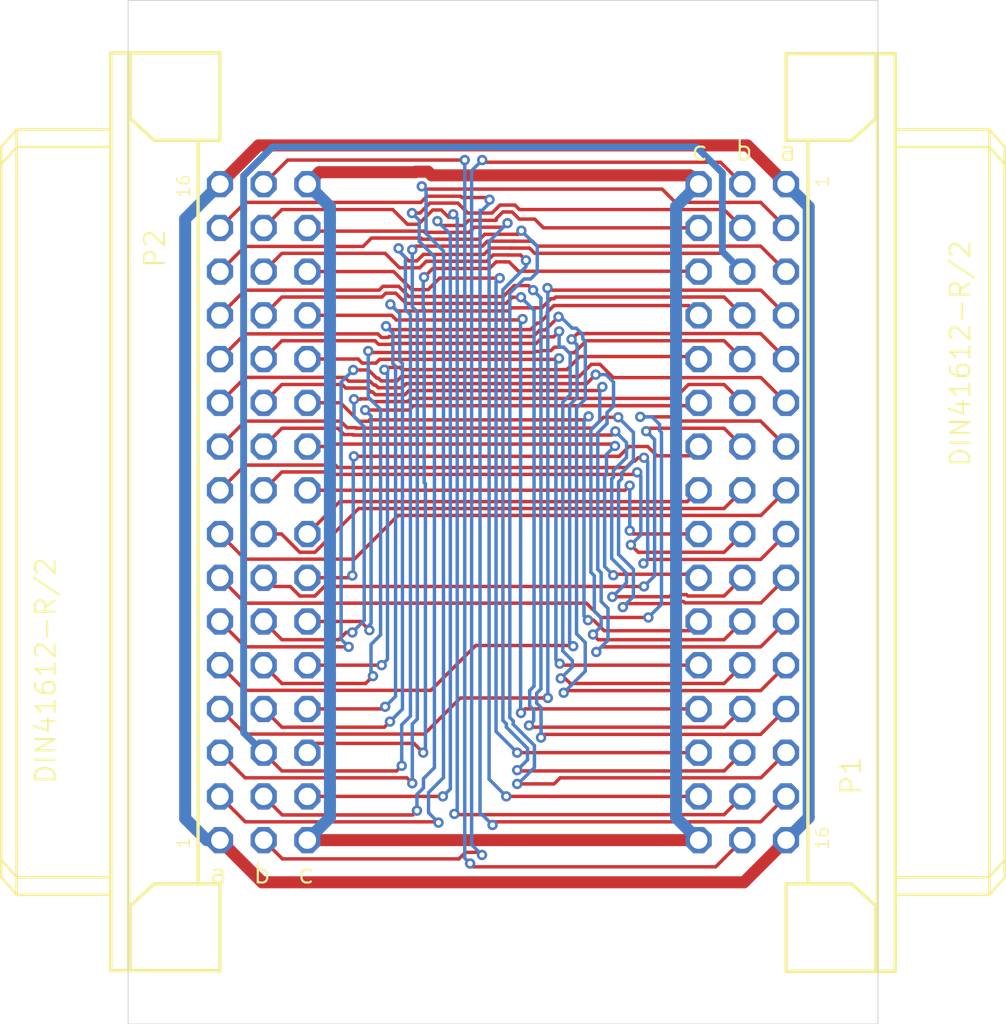
<source format=kicad_pcb>
(kicad_pcb (version 20240108) (generator "pcbnew") (generator_version "8.0")
  (layers (0 "F.Cu" signal) (31 "B.Cu" signal) (34 "B.Paste" user) (35 "F.Paste" user) (36 "B.SilkS" user "B.Silkscreen") (37 "F.SilkS" user "F.Silkscreen") (38 "B.Mask" user) (39 "F.Mask" user) (44 "Edge.Cuts" user))
  (net 0 "")
  (net 1 "/A13")
  (net 2 "/A10")
  (net 3 "/A9")
  (net 4 "/A17")
  (net 5 "/A7")
  (net 6 "/A3")
  (net 7 "/A1")
  (net 8 "/A11")
  (net 9 "/A12")
  (net 10 "/A2")
  (net 11 "/A18")
  (net 12 "/A15")
  (net 13 "/A4")
  (net 14 "/A0")
  (net 15 "/A8")
  (net 16 "/A14")
  (net 17 "/A6")
  (net 18 "/A5")
  (net 19 "/A16")
  (net 20 "/A19")
  (net 21 "Net-(P1-2PHI2)")
  (net 22 "Net-(P1-PHI1)")
  (net 23 "Net-(P1-{slash}NMI)")
  (net 24 "Net-(P1-VBUF)")
  (net 25 "Net-(P1-8PHI2)")
  (net 26 "/D4")
  (net 27 "/D6")
  (net 28 "Net-(P1-RDY)")
  (net 29 "/D2")
  (net 30 "Net-(P1-{slash}BE)")
  (net 31 "Net-(P1-SYNC)")
  (net 32 "Net-(P1-{slash}RES)")
  (net 33 "Net-(P1-GND)")
  (net 34 "/D1")
  (net 35 "Net-(P1-VCC33)")
  (net 36 "Net-(P1-VCC)")
  (net 37 "/D0")
  (net 38 "/D5")
  (net 39 "Net-(P1-PHI0)")
  (net 40 "Net-(P1-{slash}MEMSEL)")
  (net 41 "Net-(P1-R{slash}-W)")
  (net 42 "/D3")
  (net 43 "/D7")
  (net 44 "Net-(P1-{slash}IRQ)")
  (net 45 "Net-(P1-PHI2)")
  (net 46 "Net-(P1-{slash}IOSEL)")
  (footprint "UltiPETMigrated:FABC48R2" (layer "F.Cu") (at 124.587 91.44 180)
    (property "Reference" "P2")
    (property "Value" "~")
    (fp_line (start -2.286 28.4226) (end -2.286 -30.9626) (stroke (width 0.05)) (layer "Edge.Cuts"))
  )
  (footprint "UltiPETMigrated:FABC48R2" (layer "F.Cu") (at 172.72 93.98)
    (property "Reference" "P1")
    (property "Value" "~")
    (fp_line (start -2.286 28.4226) (end -2.286 -30.9626) (stroke (width 0.05)) (layer "Edge.Cuts"))
  )
  (gr_line (start 126.873 122.428) (end 170.434 122.428) (stroke (width 0.05)) (layer "Edge.Cuts"))
  (gr_line (start 126.873 62.992) (end 170.434 62.992) (stroke (width 0.05)) (layer "Edge.Cuts"))
  (segment (start 141.7622 105.202) (end 135.809 105.202) (width 0.2) (layer "F.Cu") (net 1))
  (segment (start 161.498 80.218) (end 151.714239 80.218) (width 0.2) (layer "F.Cu") (net 1))
  (segment (start 142.0876 104.8766) (end 141.7622 105.202) (width 0.2) (layer "F.Cu") (net 1))
  (segment (start 151.714239 80.218) (end 151.616869 80.31537) (width 0.2) (layer "F.Cu") (net 1))
  (segment (start 162.56 81.28) (end 161.498 80.218) (width 0.2) (layer "F.Cu") (net 1))
  (segment (start 151.442024 80.31537) (end 150.910956 80.846438) (width 0.2) (layer "F.Cu") (net 1))
  (segment (start 148.965185 81.026) (end 142.494 81.026) (width 0.2) (layer "F.Cu") (net 1))
  (segment (start 149.144747 80.846438) (end 148.965185 81.026) (width 0.2) (layer "F.Cu") (net 1))
  (segment (start 135.809 105.202) (end 134.747 104.14) (width 0.2) (layer "F.Cu") (net 1))
  (segment (start 150.910956 80.846438) (end 149.144747 80.846438) (width 0.2) (layer "F.Cu") (net 1))
  (segment (start 142.494 81.026) (end 142.113 80.645) (width 0.2) (layer "F.Cu") (net 1))
  (segment (start 151.616869 80.31537) (end 151.442024 80.31537) (width 0.2) (layer "F.Cu") (net 1))
  (via (at 142.113 80.645) (size 0.6) (drill 0.3) (layers "F.Cu" "B.Cu") (net 1))
  (via (at 142.0876 104.8766) (size 0.6) (drill 0.3) (layers "F.Cu" "B.Cu") (net 1))
  (segment (start 142.810947 84.072308) (end 142.655 83.916361) (width 0.2) (layer "B.Cu") (net 1))
  (segment (start 142.810947 104.153253) (end 142.810947 84.072308) (width 0.2) (layer "B.Cu") (net 1))
  (segment (start 142.655 83.916361) (end 142.655 81.187) (width 0.2) (layer "B.Cu") (net 1))
  (segment (start 142.655 81.187) (end 142.113 80.645) (width 0.2) (layer "B.Cu") (net 1))
  (segment (start 142.0876 104.8766) (end 142.810947 104.153253) (width 0.2) (layer "B.Cu") (net 1))
  (segment (start 143.442258 86.531485) (end 143.19125 86.782493) (width 0.2) (layer "F.Cu") (net 2))
  (segment (start 160.02 86.36) (end 159.848515 86.531485) (width 0.2) (layer "F.Cu") (net 2))
  (segment (start 140.384072 99.06) (end 140.891863 99.567791) (width 0.2) (layer "F.Cu") (net 2))
  (segment (start 159.848515 86.531485) (end 143.442258 86.531485) (width 0.2) (layer "F.Cu") (net 2))
  (segment (start 137.287 99.06) (end 140.384072 99.06) (width 0.2) (layer "F.Cu") (net 2))
  (segment (start 143.19125 86.782493) (end 140.647502 86.782493) (width 0.2) (layer "F.Cu") (net 2))
  (via (at 140.891863 99.567791) (size 0.6) (drill 0.3) (layers "F.Cu" "B.Cu") (net 2))
  (via (at 140.647502 86.782493) (size 0.6) (drill 0.3) (layers "F.Cu" "B.Cu") (net 2))
  (segment (start 140.989 87.123991) (end 140.647502 86.782493) (width 0.2) (layer "B.Cu") (net 2))
  (segment (start 140.891863 99.567791) (end 140.754685 99.430613) (width 0.2) (layer "B.Cu") (net 2))
  (segment (start 140.989 99.173307) (end 140.989 87.123991) (width 0.2) (layer "B.Cu") (net 2))
  (segment (start 140.754685 99.430613) (end 140.754685 99.407621) (width 0.2) (layer "B.Cu") (net 2))
  (segment (start 140.754685 99.407621) (end 140.989 99.173307) (width 0.2) (layer "B.Cu") (net 2))
  (segment (start 139.54014 99.697621) (end 139.899 99.697621) (width 0.2) (layer "F.Cu") (net 3))
  (segment (start 161.498 85.298) (end 159.431 85.298) (width 0.2) (layer "F.Cu") (net 3))
  (segment (start 141.074248 86.29) (end 140.916741 86.132493) (width 0.2) (layer "F.Cu") (net 3))
  (segment (start 162.56 86.36) (end 161.498 85.298) (width 0.2) (layer "F.Cu") (net 3))
  (segment (start 143.302057 86.106) (end 143.118058 86.29) (width 0.2) (layer "F.Cu") (net 3))
  (segment (start 135.809 100.122) (end 139.115761 100.122) (width 0.2) (layer "F.Cu") (net 3))
  (segment (start 143.118058 86.29) (end 141.074248 86.29) (width 0.2) (layer "F.Cu") (net 3))
  (segment (start 159.431 85.298) (end 158.623 86.106) (width 0.2) (layer "F.Cu") (net 3))
  (segment (start 140.378263 86.132493) (end 140.355756 86.155) (width 0.2) (layer "F.Cu") (net 3))
  (segment (start 158.623 86.106) (end 143.302057 86.106) (width 0.2) (layer "F.Cu") (net 3))
  (segment (start 134.747 99.06) (end 135.809 100.122) (width 0.2) (layer "F.Cu") (net 3))
  (segment (start 140.916741 86.132493) (end 140.378263 86.132493) (width 0.2) (layer "F.Cu") (net 3))
  (segment (start 140.355756 86.155) (end 139.997502 86.155) (width 0.2) (layer "F.Cu") (net 3))
  (segment (start 139.115761 100.122) (end 139.54014 99.697621) (width 0.2) (layer "F.Cu") (net 3))
  (via (at 139.997502 86.155) (size 0.6) (drill 0.3) (layers "F.Cu" "B.Cu") (net 3))
  (via (at 139.899 99.697621) (size 0.6) (drill 0.3) (layers "F.Cu" "B.Cu") (net 3))
  (segment (start 139.997502 86.155) (end 139.997502 87.165502) (width 0.2) (layer "B.Cu") (net 3))
  (segment (start 140.589 99.007621) (end 139.899 99.697621) (width 0.2) (layer "B.Cu") (net 3))
  (segment (start 140.589 87.757) (end 140.589 99.007621) (width 0.2) (layer "B.Cu") (net 3))
  (segment (start 139.997502 87.165502) (end 140.589 87.757) (width 0.2) (layer "B.Cu") (net 3))
  (segment (start 161.498 75.138) (end 149.610776 75.138) (width 0.2) (layer "F.Cu") (net 4))
  (segment (start 148.014676 75.34112) (end 146.609897 75.34112) (width 0.2) (layer "F.Cu") (net 4))
  (segment (start 149.610776 75.138) (end 149.349211 74.876435) (width 0.2) (layer "F.Cu") (net 4))
  (segment (start 146.609897 75.34112) (end 146.030777 74.762) (width 0.2) (layer "F.Cu") (net 4))
  (segment (start 143.828395 75.341) (end 143.368 75.341) (width 0.2) (layer "F.Cu") (net 4))
  (segment (start 148.479361 74.876435) (end 148.245047 75.11075) (width 0.2) (layer "F.Cu") (net 4))
  (segment (start 149.349211 74.876435) (end 148.479361 74.876435) (width 0.2) (layer "F.Cu") (net 4))
  (segment (start 144.407395 74.762) (end 143.828395 75.341) (width 0.2) (layer "F.Cu") (net 4))
  (segment (start 162.56 76.2) (end 161.498 75.138) (width 0.2) (layer "F.Cu") (net 4))
  (segment (start 146.030777 74.762) (end 144.407395 74.762) (width 0.2) (layer "F.Cu") (net 4))
  (segment (start 135.825 110.298) (end 143.404616 110.298) (width 0.2) (layer "F.Cu") (net 4))
  (segment (start 148.245047 75.11075) (end 148.014676 75.34112) (width 0.2) (layer "F.Cu") (net 4))
  (segment (start 143.404616 110.298) (end 143.654616 110.048) (width 0.2) (layer "F.Cu") (net 4))
  (segment (start 134.747 109.22) (end 135.825 110.298) (width 0.2) (layer "F.Cu") (net 4))
  (via (at 143.654616 110.048) (size 0.6) (drill 0.3) (layers "F.Cu" "B.Cu") (net 4))
  (via (at 143.368 75.341) (size 0.6) (drill 0.3) (layers "F.Cu" "B.Cu") (net 4))
  (segment (start 143.368 75.341) (end 143.783 75.756) (width 0.2) (layer "B.Cu") (net 4))
  (segment (start 144.668 107.553761) (end 144.033 108.188761) (width 0.2) (layer "B.Cu") (net 4))
  (segment (start 143.783 76.982438) (end 144.668 77.867438) (width 0.2) (layer "B.Cu") (net 4))
  (segment (start 144.668 77.867438) (end 144.668 107.553761) (width 0.2) (layer "B.Cu") (net 4))
  (segment (start 144.033 108.188761) (end 144.033 108.727239) (width 0.2) (layer "B.Cu") (net 4))
  (segment (start 143.654616 109.105623) (end 143.654616 110.048) (width 0.2) (layer "B.Cu") (net 4))
  (segment (start 143.783 75.756) (end 143.783 76.982438) (width 0.2) (layer "B.Cu") (net 4))
  (segment (start 144.033 108.727239) (end 143.654616 109.105623) (width 0.2) (layer "B.Cu") (net 4))
  (segment (start 156.845 97.025) (end 156.842 97.028) (width 0.2) (layer "F.Cu") (net 5))
  (segment (start 162.56 88.9) (end 161.498 87.838) (width 0.2) (layer "F.Cu") (net 5))
  (segment (start 137.726896 97.582) (end 136.847104 97.582) (width 0.2) (layer "F.Cu") (net 5))
  (segment (start 135.359896 97.028) (end 134.851896 96.52) (width 0.2) (layer "F.Cu") (net 5))
  (segment (start 136.293104 97.028) (end 135.359896 97.028) (width 0.2) (layer "F.Cu") (net 5))
  (segment (start 156.842 97.028) (end 138.280896 97.028) (width 0.2) (layer "F.Cu") (net 5))
  (segment (start 157.145 87.838) (end 156.972 88.011) (width 0.2) (layer "F.Cu") (net 5))
  (segment (start 138.280896 97.028) (end 137.726896 97.582) (width 0.2) (layer "F.Cu") (net 5))
  (segment (start 136.847104 97.582) (end 136.293104 97.028) (width 0.2) (layer "F.Cu") (net 5))
  (segment (start 161.498 87.838) (end 157.145 87.838) (width 0.2) (layer "F.Cu") (net 5))
  (segment (start 134.851896 96.52) (end 134.747 96.52) (width 0.2) (layer "F.Cu") (net 5))
  (via (at 156.972 88.011) (size 0.6) (drill 0.3) (layers "F.Cu" "B.Cu") (net 5))
  (via (at 156.845 97.025) (size 0.6) (drill 0.3) (layers "F.Cu" "B.Cu") (net 5))
  (segment (start 156.845 97.025) (end 157.461 96.409) (width 0.2) (layer "B.Cu") (net 5))
  (segment (start 157.461 88.5) (end 156.972 88.011) (width 0.2) (layer "B.Cu") (net 5))
  (segment (start 157.461 96.409) (end 157.461 88.5) (width 0.2) (layer "B.Cu") (net 5))
  (segment (start 156.329247 90.519756) (end 156.449 90.400003) (width 0.2) (layer "F.Cu") (net 6))
  (segment (start 161.498 95.042) (end 156.51 95.042) (width 0.2) (layer "F.Cu") (net 6))
  (segment (start 134.747 91.44) (end 135.809 90.378) (width 0.2) (layer "F.Cu") (net 6))
  (segment (start 138.423075 90.378) (end 138.564831 90.519756) (width 0.2) (layer "F.Cu") (net 6))
  (segment (start 138.564831 90.519756) (end 156.329247 90.519756) (width 0.2) (layer "F.Cu") (net 6))
  (segment (start 156.51 95.042) (end 156.083 94.615) (width 0.2) (layer "F.Cu") (net 6))
  (segment (start 135.809 90.378) (end 138.423075 90.378) (width 0.2) (layer "F.Cu") (net 6))
  (segment (start 162.56 93.98) (end 161.498 95.042) (width 0.2) (layer "F.Cu") (net 6))
  (via (at 156.083 94.615) (size 0.6) (drill 0.3) (layers "F.Cu" "B.Cu") (net 6))
  (via (at 156.449 90.400003) (size 0.6) (drill 0.3) (layers "F.Cu" "B.Cu") (net 6))
  (segment (start 156.661 90.612003) (end 156.449 90.400003) (width 0.2) (layer "B.Cu") (net 6))
  (segment (start 156.083 94.615) (end 156.661 94.037) (width 0.2) (layer "B.Cu") (net 6))
  (segment (start 156.661 94.037) (end 156.661 90.612003) (width 0.2) (layer "B.Cu") (net 6))
  (segment (start 155.01575 97.625) (end 155.007092 97.633658) (width 0.2) (layer "F.Cu") (net 7))
  (segment (start 161.498 97.582) (end 159.391924 97.582) (width 0.2) (layer "F.Cu") (net 7))
  (segment (start 159.311925 97.502) (end 158.442075 97.502) (width 0.2) (layer "F.Cu") (net 7))
  (segment (start 158.319075 97.625) (end 155.01575 97.625) (width 0.2) (layer "F.Cu") (net 7))
  (segment (start 162.56 96.52) (end 161.498 97.582) (width 0.2) (layer "F.Cu") (net 7))
  (segment (start 154.9666 88.232489) (end 155.179035 88.020054) (width 0.2) (layer "F.Cu") (net 7))
  (segment (start 139.057389 87.838) (end 139.42536 88.205971) (width 0.2) (layer "F.Cu") (net 7))
  (segment (start 139.42536 88.205971) (end 139.929601 88.205971) (width 0.2) (layer "F.Cu") (net 7))
  (segment (start 139.929601 88.205971) (end 139.956118 88.232489) (width 0.2) (layer "F.Cu") (net 7))
  (segment (start 159.391924 97.582) (end 159.311925 97.502) (width 0.2) (layer "F.Cu") (net 7))
  (segment (start 139.956118 88.232489) (end 154.9666 88.232489) (width 0.2) (layer "F.Cu") (net 7))
  (segment (start 134.747 88.9) (end 135.809 87.838) (width 0.2) (layer "F.Cu") (net 7))
  (segment (start 158.442075 97.502) (end 158.319075 97.625) (width 0.2) (layer "F.Cu") (net 7))
  (segment (start 135.809 87.838) (end 139.057389 87.838) (width 0.2) (layer "F.Cu") (net 7))
  (via (at 155.007092 97.633658) (size 0.6) (drill 0.3) (layers "F.Cu" "B.Cu") (net 7))
  (via (at 155.179035 88.020054) (size 0.6) (drill 0.3) (layers "F.Cu" "B.Cu") (net 7))
  (segment (start 154.967679 90.785842) (end 154.967679 95.404679) (width 0.2) (layer "B.Cu") (net 7))
  (segment (start 155.067 90.686522) (end 154.967679 90.785842) (width 0.2) (layer "B.Cu") (net 7))
  (segment (start 155.179035 88.020054) (end 155.829 88.670019) (width 0.2) (layer "B.Cu") (net 7))
  (segment (start 155.829 88.670019) (end 155.829 89.535079) (width 0.2) (layer "B.Cu") (net 7))
  (segment (start 155.067 90.297079) (end 155.067 90.686522) (width 0.2) (layer "B.Cu") (net 7))
  (segment (start 155.829 96.266) (end 155.829 96.81175) (width 0.2) (layer "B.Cu") (net 7))
  (segment (start 155.829 89.535079) (end 155.067 90.297079) (width 0.2) (layer "B.Cu") (net 7))
  (segment (start 155.829 96.81175) (end 155.007092 97.633658) (width 0.2) (layer "B.Cu") (net 7))
  (segment (start 154.967679 95.404679) (end 155.829 96.266) (width 0.2) (layer "B.Cu") (net 7))
  (segment (start 152.174949 83.130818) (end 152.498131 83.454) (width 0.2) (layer "F.Cu") (net 8))
  (segment (start 135.809 102.662) (end 134.747 101.6) (width 0.2) (layer "F.Cu") (net 8))
  (segment (start 151.636471 83.130818) (end 152.174949 83.130818) (width 0.2) (layer "F.Cu") (net 8))
  (segment (start 150.876496 83.380818) (end 150.926314 83.331) (width 0.2) (layer "F.Cu") (net 8))
  (segment (start 161.498 82.758) (end 162.56 83.82) (width 0.2) (layer "F.Cu") (net 8))
  (segment (start 152.957628 83.274) (end 152.976239 83.274) (width 0.2) (layer "F.Cu") (net 8))
  (segment (start 140.82575 83.358) (end 140.90675 83.439) (width 0.2) (layer "F.Cu") (net 8))
  (segment (start 141.097 102.235) (end 140.67 102.662) (width 0.2) (layer "F.Cu") (net 8))
  (segment (start 151.436289 83.331) (end 151.636471 83.130818) (width 0.2) (layer "F.Cu") (net 8))
  (segment (start 140.90675 83.439) (end 150.486943 83.439) (width 0.2) (layer "F.Cu") (net 8))
  (segment (start 140.67 102.662) (end 135.809 102.662) (width 0.2) (layer "F.Cu") (net 8))
  (segment (start 150.926314 83.331) (end 151.436289 83.331) (width 0.2) (layer "F.Cu") (net 8))
  (segment (start 150.545125 83.380818) (end 150.876496 83.380818) (width 0.2) (layer "F.Cu") (net 8))
  (segment (start 153.492239 82.758) (end 161.498 82.758) (width 0.2) (layer "F.Cu") (net 8))
  (segment (start 152.498131 83.454) (end 152.777628 83.454) (width 0.2) (layer "F.Cu") (net 8))
  (segment (start 152.976239 83.274) (end 153.492239 82.758) (width 0.2) (layer "F.Cu") (net 8))
  (segment (start 150.486943 83.439) (end 150.545125 83.380818) (width 0.2) (layer "F.Cu") (net 8))
  (segment (start 152.777628 83.454) (end 152.957628 83.274) (width 0.2) (layer "F.Cu") (net 8))
  (via (at 141.097 102.235) (size 0.6) (drill 0.3) (layers "F.Cu" "B.Cu") (net 8))
  (via (at 140.82575 83.358) (size 0.6) (drill 0.3) (layers "F.Cu" "B.Cu") (net 8))
  (segment (start 140.82575 86.030131) (end 141.541863 86.746244) (width 0.2) (layer "B.Cu") (net 8))
  (segment (start 141.541863 99.83703) (end 140.985 100.393893) (width 0.2) (layer "B.Cu") (net 8))
  (segment (start 140.985 102.123) (end 141.097 102.235) (width 0.2) (layer "B.Cu") (net 8))
  (segment (start 140.82575 83.358) (end 140.82575 86.030131) (width 0.2) (layer "B.Cu") (net 8))
  (segment (start 141.541863 86.746244) (end 141.541863 99.83703) (width 0.2) (layer "B.Cu") (net 8))
  (segment (start 140.985 100.393893) (end 140.985 102.123) (width 0.2) (layer "B.Cu") (net 8))
  (segment (start 141.605 101.6) (end 137.287 101.6) (width 0.2) (layer "F.Cu") (net 9))
  (segment (start 153.123314 83.674) (end 152.361314 84.436) (width 0.2) (layer "F.Cu") (net 9))
  (segment (start 141.891947 84.309) (end 141.760947 84.44) (width 0.2) (layer "F.Cu") (net 9))
  (segment (start 159.874 83.674) (end 153.123314 83.674) (width 0.2) (layer "F.Cu") (net 9))
  (segment (start 152.361314 84.436) (end 142.786686 84.436) (width 0.2) (layer "F.Cu") (net 9))
  (segment (start 142.659686 84.309) (end 141.891947 84.309) (width 0.2) (layer "F.Cu") (net 9))
  (segment (start 142.786686 84.436) (end 142.659686 84.309) (width 0.2) (layer "F.Cu") (net 9))
  (segment (start 160.02 83.82) (end 159.874 83.674) (width 0.2) (layer "F.Cu") (net 9))
  (via (at 141.605 101.6) (size 0.6) (drill 0.3) (layers "F.Cu" "B.Cu") (net 9))
  (via (at 141.760947 84.44) (size 0.6) (drill 0.3) (layers "F.Cu" "B.Cu") (net 9))
  (segment (start 141.605 101.6) (end 141.941863 101.263137) (width 0.2) (layer "B.Cu") (net 9))
  (segment (start 141.941863 101.263137) (end 141.941863 84.620916) (width 0.2) (layer "B.Cu") (net 9))
  (segment (start 141.941863 84.620916) (end 141.760947 84.44) (width 0.2) (layer "B.Cu") (net 9))
  (segment (start 159.817005 96.317005) (end 155.121619 96.317005) (width 0.2) (layer "F.Cu") (net 10))
  (segment (start 155.044669 88.758) (end 155.156425 88.869756) (width 0.2) (layer "F.Cu") (net 10))
  (segment (start 160.02 96.52) (end 159.817005 96.317005) (width 0.2) (layer "F.Cu") (net 10))
  (segment (start 138.526761 88.9) (end 138.668761 88.758) (width 0.2) (layer "F.Cu") (net 10))
  (segment (start 137.287 88.9) (end 138.526761 88.9) (width 0.2) (layer "F.Cu") (net 10))
  (segment (start 138.668761 88.758) (end 155.044669 88.758) (width 0.2) (layer "F.Cu") (net 10))
  (segment (start 155.121619 96.317005) (end 155.062845 96.375779) (width 0.2) (layer "F.Cu") (net 10))
  (via (at 155.062845 96.375779) (size 0.6) (drill 0.3) (layers "F.Cu" "B.Cu") (net 10))
  (via (at 155.156425 88.869756) (size 0.6) (drill 0.3) (layers "F.Cu" "B.Cu") (net 10))
  (segment (start 154.667 90.520834) (end 154.559 90.628834) (width 0.2) (layer "B.Cu") (net 10))
  (segment (start 154.559 95.871934) (end 155.062845 96.375779) (width 0.2) (layer "B.Cu") (net 10))
  (segment (start 155.156425 88.869756) (end 154.667 89.359181) (width 0.2) (layer "B.Cu") (net 10))
  (segment (start 154.559 90.628834) (end 154.559 95.871934) (width 0.2) (layer "B.Cu") (net 10))
  (segment (start 154.667 89.359181) (end 154.667 90.520834) (width 0.2) (layer "B.Cu") (net 10))
  (segment (start 145.161 109.22) (end 137.287 109.22) (width 0.2) (layer "F.Cu") (net 11))
  (segment (start 148.242262 75.762) (end 146.668484 75.762) (width 0.2) (layer "F.Cu") (net 11))
  (segment (start 150.495 75.692) (end 149.59909 75.692) (width 0.2) (layer "F.Cu") (net 11))
  (segment (start 160.02 76.2) (end 151.003 76.2) (width 0.2) (layer "F.Cu") (net 11))
  (segment (start 149.59909 75.692) (end 149.183525 75.276435) (width 0.2) (layer "F.Cu") (net 11))
  (segment (start 146.668484 75.762) (end 146.368484 76.062) (width 0.2) (layer "F.Cu") (net 11))
  (segment (start 151.003 76.2) (end 150.495 75.692) (width 0.2) (layer "F.Cu") (net 11))
  (segment (start 145.09232 76.062) (end 144.84232 75.812) (width 0.2) (layer "F.Cu") (net 11))
  (segment (start 146.368484 76.062) (end 145.09232 76.062) (width 0.2) (layer "F.Cu") (net 11))
  (segment (start 148.264286 75.739976) (end 148.242262 75.762) (width 0.2) (layer "F.Cu") (net 11))
  (segment (start 149.183525 75.276435) (end 148.645047 75.276435) (width 0.2) (layer "F.Cu") (net 11))
  (segment (start 148.645047 75.276435) (end 148.264286 75.657196) (width 0.2) (layer "F.Cu") (net 11))
  (segment (start 148.264286 75.657196) (end 148.264286 75.739976) (width 0.2) (layer "F.Cu") (net 11))
  (via (at 145.161 109.22) (size 0.6) (drill 0.3) (layers "F.Cu" "B.Cu") (net 11))
  (via (at 144.84232 75.812) (size 0.6) (drill 0.3) (layers "F.Cu" "B.Cu") (net 11))
  (segment (start 145.161 109.22) (end 145.595 108.786) (width 0.2) (layer "B.Cu") (net 11))
  (segment (start 145.595 108.786) (end 145.595 76.56468) (width 0.2) (layer "B.Cu") (net 11))
  (segment (start 145.595 76.56468) (end 144.84232 75.812) (width 0.2) (layer "B.Cu") (net 11))
  (segment (start 135.809 107.742) (end 134.747 106.68) (width 0.2) (layer "F.Cu") (net 12))
  (segment (start 149.122867 77.376435) (end 150.193809 77.376435) (width 0.2) (layer "F.Cu") (net 12))
  (segment (start 142.769948 107.442) (end 142.469948 107.742) (width 0.2) (layer "F.Cu") (net 12))
  (segment (start 142.469948 107.742) (end 135.809 107.742) (width 0.2) (layer "F.Cu") (net 12))
  (segment (start 161.498 77.678) (end 162.56 78.74) (width 0.2) (layer "F.Cu") (net 12))
  (segment (start 143.184471 78.12) (end 143.652239 78.12) (width 0.2) (layer "F.Cu") (net 12))
  (segment (start 147.919211 77.373999) (end 149.120432 77.373999) (width 0.2) (layer "F.Cu") (net 12))
  (segment (start 150.495374 77.678) (end 161.498 77.678) (width 0.2) (layer "F.Cu") (net 12))
  (segment (start 142.586911 77.52244) (end 143.184471 78.12) (width 0.2) (layer "F.Cu") (net 12))
  (segment (start 144.029239 77.743) (end 147.55021 77.743) (width 0.2) (layer "F.Cu") (net 12))
  (segment (start 149.120432 77.373999) (end 149.122867 77.376435) (width 0.2) (layer "F.Cu") (net 12))
  (segment (start 143.652239 78.12) (end 144.029239 77.743) (width 0.2) (layer "F.Cu") (net 12))
  (segment (start 147.55021 77.743) (end 147.919211 77.373999) (width 0.2) (layer "F.Cu") (net 12))
  (segment (start 142.586911 77.391) (end 142.586911 77.52244) (width 0.2) (layer "F.Cu") (net 12))
  (segment (start 150.193809 77.376435) (end 150.495374 77.678) (width 0.2) (layer "F.Cu") (net 12))
  (via (at 142.586911 77.391) (size 0.6) (drill 0.3) (layers "F.Cu" "B.Cu") (net 12))
  (via (at 142.769948 107.442) (size 0.6) (drill 0.3) (layers "F.Cu" "B.Cu") (net 12))
  (segment (start 135.262682 71.501) (end 159.893 71.501) (width 0.4) (layer "B.Cu") (net 12))
  (segment (start 142.769948 105.064737) (end 143.275 104.559685) (width 0.2) (layer "B.Cu") (net 12))
  (segment (start 142.983 77.918529) (end 142.586911 77.52244) (width 0.2) (layer "B.Cu") (net 12))
  (segment (start 161.398 73.006) (end 161.398 77.578) (width 0.4) (layer "B.Cu") (net 12))
  (segment (start 159.893 71.501) (end 161.398 73.006) (width 0.4) (layer "B.Cu") (net 12))
  (segment (start 133.585 105.518) (end 133.585 73.178682) (width 0.4) (layer "B.Cu") (net 12))
  (segment (start 142.586911 77.52244) (end 142.586911 77.391) (width 0.2) (layer "B.Cu") (net 12))
  (segment (start 134.747 106.68) (end 133.585 105.518) (width 0.4) (layer "B.Cu") (net 12))
  (segment (start 133.585 73.178682) (end 135.262682 71.501) (width 0.4) (layer "B.Cu") (net 12))
  (segment (start 142.769948 107.442) (end 142.769948 105.064737) (width 0.2) (layer "B.Cu") (net 12))
  (segment (start 143.275 81.241314) (end 142.983 80.949314) (width 0.2) (layer "B.Cu") (net 12))
  (segment (start 142.983 80.949314) (end 142.983 77.918529) (width 0.2) (layer "B.Cu") (net 12))
  (segment (start 143.275 104.559685) (end 143.275 81.241314) (width 0.2) (layer "B.Cu") (net 12))
  (segment (start 161.398 77.578) (end 162.56 78.74) (width 0.4) (layer "B.Cu") (net 12))
  (segment (start 156.210638 93.98) (end 156.017679 93.787041) (width 0.2) (layer "F.Cu") (net 13))
  (segment (start 155.741446 91.44) (end 156.011 91.170446) (width 0.2) (layer "F.Cu") (net 13))
  (segment (start 160.02 93.98) (end 156.210638 93.98) (width 0.2) (layer "F.Cu") (net 13))
  (segment (start 137.287 91.44) (end 155.741446 91.44) (width 0.2) (layer "F.Cu") (net 13))
  (via (at 156.011 91.170446) (size 0.6) (drill 0.3) (layers "F.Cu" "B.Cu") (net 13))
  (via (at 156.017679 93.787041) (size 0.6) (drill 0.3) (layers "F.Cu" "B.Cu") (net 13))
  (segment (start 156.017679 93.787041) (end 156.017679 91.177125) (width 0.2) (layer "B.Cu") (net 13))
  (segment (start 156.017679 91.177125) (end 156.011 91.170446) (width 0.2) (layer "B.Cu") (net 13))
  (segment (start 160.02 99.06) (end 159.481184 99.598816) (width 0.2) (layer "F.Cu") (net 14))
  (segment (start 154.161354 99.22804) (end 153.92704 98.993725) (width 0.2) (layer "F.Cu") (net 14))
  (segment (start 153.429279 87.351816) (end 153.625124 87.155971) (width 0.2) (layer "F.Cu") (net 14))
  (segment (start 137.287 86.36) (end 139.215004 86.36) (width 0.2) (layer "F.Cu") (net 14))
  (segment (start 140.825975 87.432493) (end 140.906652 87.351816) (width 0.2) (layer "F.Cu") (net 14))
  (segment (start 154.53213 99.598816) (end 154.161354 99.22804) (width 0.2) (layer "F.Cu") (net 14))
  (segment (start 153.918207 98.984893) (end 153.592228 98.984893) (width 0.2) (layer "F.Cu") (net 14))
  (segment (start 159.481184 99.598816) (end 154.53213 99.598816) (width 0.2) (layer "F.Cu") (net 14))
  (segment (start 140.906652 87.351816) (end 153.429279 87.351816) (width 0.2) (layer "F.Cu") (net 14))
  (segment (start 139.215004 86.36) (end 140.287497 87.432493) (width 0.2) (layer "F.Cu") (net 14))
  (segment (start 140.287497 87.432493) (end 140.825975 87.432493) (width 0.2) (layer "F.Cu") (net 14))
  (segment (start 153.92704 98.993725) (end 153.918207 98.984893) (width 0.2) (layer "F.Cu") (net 14))
  (via (at 153.625124 87.155971) (size 0.6) (drill 0.3) (layers "F.Cu" "B.Cu") (net 14))
  (via (at 153.592228 98.984893) (size 0.6) (drill 0.3) (layers "F.Cu" "B.Cu") (net 14))
  (segment (start 153.359 87.422095) (end 153.625124 87.155971) (width 0.2) (layer "B.Cu") (net 14))
  (segment (start 153.359 98.751665) (end 153.359 87.422095) (width 0.2) (layer "B.Cu") (net 14))
  (segment (start 153.592228 98.984893) (end 153.359 98.751665) (width 0.2) (layer "B.Cu") (net 14))
  (segment (start 157.057818 88.9) (end 157.596634 89.438816) (width 0.2) (layer "F.Cu") (net 15))
  (segment (start 155.404954 89.469756) (end 155.97471 88.9) (width 0.2) (layer "F.Cu") (net 15))
  (segment (start 139.772 96.52) (end 139.899 96.393) (width 0.2) (layer "F.Cu") (net 15))
  (segment (start 159.481184 89.438816) (end 160.02 88.9) (width 0.2) (layer "F.Cu") (net 15))
  (segment (start 157.596634 89.438816) (end 159.481184 89.438816) (width 0.2) (layer "F.Cu") (net 15))
  (segment (start 155.97471 88.9) (end 157.057818 88.9) (width 0.2) (layer "F.Cu") (net 15))
  (segment (start 137.287 96.52) (end 139.772 96.52) (width 0.2) (layer "F.Cu") (net 15))
  (segment (start 139.989 89.469756) (end 155.404954 89.469756) (width 0.2) (layer "F.Cu") (net 15))
  (via (at 139.899 96.393) (size 0.6) (drill 0.3) (layers "F.Cu" "B.Cu") (net 15))
  (via (at 139.989 89.469756) (size 0.6) (drill 0.3) (layers "F.Cu" "B.Cu") (net 15))
  (segment (start 139.954 89.504756) (end 139.954 96.338) (width 0.2) (layer "B.Cu") (net 15))
  (segment (start 139.954 96.338) (end 139.899 96.393) (width 0.2) (layer "B.Cu") (net 15))
  (segment (start 139.989 89.469756) (end 139.954 89.504756) (width 0.2) (layer "B.Cu") (net 15))
  (segment (start 137.287 104.14) (end 141.682 104.14) (width 0.2) (layer "F.Cu") (net 16))
  (segment (start 159.45537 80.71537) (end 151.60771 80.71537) (width 0.2) (layer "F.Cu") (net 16))
  (segment (start 150.775761 81.731) (end 150.632943 81.731) (width 0.2) (layer "F.Cu") (net 16))
  (segment (start 160.02 81.28) (end 159.45537 80.71537) (width 0.2) (layer "F.Cu") (net 16))
  (segment (start 141.732 82.042) (end 141.859 81.915) (width 0.2) (layer "F.Cu") (net 16))
  (segment (start 142.056 82.112) (end 141.859 81.915) (width 0.2) (layer "F.Cu") (net 16))
  (segment (start 150.632943 81.731) (end 150.251943 82.112) (width 0.2) (layer "F.Cu") (net 16))
  (segment (start 151.226949 81.096131) (end 151.226949 81.279812) (width 0.2) (layer "F.Cu") (net 16))
  (segment (start 151.226949 81.279812) (end 150.775761 81.731) (width 0.2) (layer "F.Cu") (net 16))
  (segment (start 150.251943 82.112) (end 142.056 82.112) (width 0.2) (layer "F.Cu") (net 16))
  (segment (start 151.60771 80.71537) (end 151.226949 81.096131) (width 0.2) (layer "F.Cu") (net 16))
  (segment (start 141.682 104.14) (end 141.809 104.013) (width 0.2) (layer "F.Cu") (net 16))
  (via (at 141.859 81.915) (size 0.6) (drill 0.3) (layers "F.Cu" "B.Cu") (net 16))
  (via (at 141.809 104.013) (size 0.6) (drill 0.3) (layers "F.Cu" "B.Cu") (net 16))
  (segment (start 142.410947 84.237994) (end 142.410947 103.411053) (width 0.2) (layer "B.Cu") (net 16))
  (segment (start 142.410947 103.411053) (end 141.809 104.013) (width 0.2) (layer "B.Cu") (net 16))
  (segment (start 142.255 82.311) (end 142.255 84.082047) (width 0.2) (layer "B.Cu") (net 16))
  (segment (start 141.859 81.915) (end 142.255 82.311) (width 0.2) (layer "B.Cu") (net 16))
  (segment (start 142.255 84.082047) (end 142.410947 84.237994) (width 0.2) (layer "B.Cu") (net 16))
  (segment (start 160.02 91.44) (end 159.358 92.102) (width 0.2) (layer "F.Cu") (net 17))
  (segment (start 159.358 92.102) (end 139.165 92.102) (width 0.2) (layer "F.Cu") (net 17))
  (segment (start 139.165 92.102) (end 137.287 93.98) (width 0.2) (layer "F.Cu") (net 17))
  (segment (start 162.56 91.44) (end 161.498 92.502) (width 0.2) (layer "F.Cu") (net 18))
  (segment (start 136.847104 95.042) (end 135.785104 93.98) (width 0.2) (layer "F.Cu") (net 18))
  (segment (start 135.785104 93.98) (end 134.747 93.98) (width 0.2) (layer "F.Cu") (net 18))
  (segment (start 140.266896 92.502) (end 137.726896 95.042) (width 0.2) (layer "F.Cu") (net 18))
  (segment (start 161.498 92.502) (end 140.266896 92.502) (width 0.2) (layer "F.Cu") (net 18))
  (segment (start 137.726896 95.042) (end 136.847104 95.042) (width 0.2) (layer "F.Cu") (net 18))
  (segment (start 143.479184 106.141184) (end 137.825816 106.141184) (width 0.2) (layer "F.Cu") (net 19))
  (segment (start 148.78906 78.173999) (end 148.791496 78.176435) (width 0.2) (layer "F.Cu") (net 19))
  (segment (start 149.549966 78.721) (end 160.001 78.721) (width 0.2) (layer "F.Cu") (net 19))
  (segment (start 160.001 78.721) (end 160.02 78.74) (width 0.2) (layer "F.Cu") (net 19))
  (segment (start 147.869821 78.561459) (end 148.257281 78.173999) (width 0.2) (layer "F.Cu") (net 19))
  (segment (start 144.571942 78.561459) (end 147.869821 78.561459) (width 0.2) (layer "F.Cu") (net 19))
  (segment (start 148.257281 78.173999) (end 148.78906 78.173999) (width 0.2) (layer "F.Cu") (net 19))
  (segment (start 144.068 79.065401) (end 144.571942 78.561459) (width 0.2) (layer "F.Cu") (net 19))
  (segment (start 137.825816 106.141184) (end 137.287 106.68) (width 0.2) (layer "F.Cu") (net 19))
  (segment (start 149.005401 78.176435) (end 149.549966 78.721) (width 0.2) (layer "F.Cu") (net 19))
  (segment (start 144.018 106.68) (end 143.479184 106.141184) (width 0.2) (layer "F.Cu") (net 19))
  (segment (start 148.791496 78.176435) (end 149.005401 78.176435) (width 0.2) (layer "F.Cu") (net 19))
  (via (at 144.018 106.68) (size 0.6) (drill 0.3) (layers "F.Cu" "B.Cu") (net 19))
  (via (at 144.068 79.065401) (size 0.6) (drill 0.3) (layers "F.Cu" "B.Cu") (net 19))
  (segment (start 144.018 80.852942) (end 144.075 80.909942) (width 0.2) (layer "B.Cu") (net 19))
  (segment (start 144.075 80.909942) (end 144.075 90.989) (width 0.2) (layer "B.Cu") (net 19))
  (segment (start 144.018 79.115401) (end 144.018 80.852942) (width 0.2) (layer "B.Cu") (net 19))
  (segment (start 144.068 79.065401) (end 144.018 79.115401) (width 0.2) (layer "B.Cu") (net 19))
  (segment (start 144.145 106.553) (end 144.018 106.68) (width 0.2) (layer "B.Cu") (net 19))
  (segment (start 144.145 91.059) (end 144.145 106.553) (width 0.2) (layer "B.Cu") (net 19))
  (segment (start 144.075 90.989) (end 144.145 91.059) (width 0.2) (layer "B.Cu") (net 19))
  (segment (start 135.836761 112.849761) (end 146.092729 112.849761) (width 0.2) (layer "F.Cu") (net 20))
  (segment (start 162.56 73.66) (end 161.29 72.39) (width 0.2) (layer "F.Cu") (net 20))
  (segment (start 161.29 72.39) (end 147.574 72.39) (width 0.2) (layer "F.Cu") (net 20))
  (segment (start 147.574 72.39) (end 147.447 72.263) (width 0.2) (layer "F.Cu") (net 20))
  (segment (start 147.279196 112.469) (end 147.432535 112.622339) (width 0.2) (layer "F.Cu") (net 20))
  (segment (start 146.092729 112.849761) (end 146.47349 112.469) (width 0.2) (layer "F.Cu") (net 20))
  (segment (start 146.47349 112.469) (end 147.279196 112.469) (width 0.2) (layer "F.Cu") (net 20))
  (segment (start 134.747 111.76) (end 135.836761 112.849761) (width 0.2) (layer "F.Cu") (net 20))
  (via (at 147.447 72.263) (size 0.6) (drill 0.3) (layers "F.Cu" "B.Cu") (net 20))
  (via (at 147.432535 112.622339) (size 0.6) (drill 0.3) (layers "F.Cu" "B.Cu") (net 20))
  (segment (start 147.447 72.263) (end 146.831 72.879) (width 0.2) (layer "B.Cu") (net 20))
  (segment (start 146.831 72.879) (end 146.831 112.020804) (width 0.2) (layer "B.Cu") (net 20))
  (segment (start 146.831 112.020804) (end 147.432535 112.622339) (width 0.2) (layer "B.Cu") (net 20))
  (segment (start 144.12369 76.462) (end 146.688628 76.462) (width 0.2) (layer "F.Cu") (net 21))
  (segment (start 146.988628 76.162) (end 148.678721 76.162) (width 0.2) (layer "F.Cu") (net 21))
  (segment (start 144.07769 76.416) (end 144.12369 76.462) (width 0.2) (layer "F.Cu") (net 21))
  (segment (start 137.287 76.2) (end 137.478 76.391) (width 0.2) (layer "F.Cu") (net 21))
  (segment (start 137.478 76.391) (end 144.042925 76.391) (width 0.2) (layer "F.Cu") (net 21))
  (segment (start 144.067925 76.416) (end 144.07769 76.416) (width 0.2) (layer "F.Cu") (net 21))
  (segment (start 148.844 109.22) (end 160.02 109.22) (width 0.2) (layer "F.Cu") (net 21))
  (segment (start 148.678721 76.162) (end 148.914286 75.926435) (width 0.2) (layer "F.Cu") (net 21))
  (segment (start 144.042925 76.391) (end 144.067925 76.416) (width 0.2) (layer "F.Cu") (net 21))
  (segment (start 146.688628 76.462) (end 146.988628 76.162) (width 0.2) (layer "F.Cu") (net 21))
  (via (at 148.914286 75.926435) (size 0.6) (drill 0.3) (layers "F.Cu" "B.Cu") (net 21))
  (via (at 148.844 109.22) (size 0.6) (drill 0.3) (layers "F.Cu" "B.Cu") (net 21))
  (segment (start 147.847 108.223) (end 147.847 76.993721) (width 0.2) (layer "B.Cu") (net 21))
  (segment (start 148.844 109.22) (end 147.847 108.223) (width 0.2) (layer "B.Cu") (net 21))
  (segment (start 147.847 76.993721) (end 148.914286 75.926435) (width 0.2) (layer "B.Cu") (net 21))
  (segment (start 142.451315 81.549) (end 149.736611 81.549) (width 0.2) (layer "F.Cu") (net 22))
  (segment (start 142.182315 81.28) (end 142.451315 81.549) (width 0.2) (layer "F.Cu") (net 22))
  (segment (start 149.933302 104.14) (end 160.02 104.14) (width 0.2) (layer "F.Cu") (net 22))
  (segment (start 149.736611 81.549) (end 149.789173 81.496438) (width 0.2) (layer "F.Cu") (net 22))
  (segment (start 137.287 81.28) (end 142.182315 81.28) (width 0.2) (layer "F.Cu") (net 22))
  (segment (start 149.933302 104.14) (end 149.699207 104.374095) (width 0.2) (layer "F.Cu") (net 22))
  (via (at 149.789173 81.496438) (size 0.6) (drill 0.3) (layers "F.Cu" "B.Cu") (net 22))
  (via (at 149.699207 104.374095) (size 0.6) (drill 0.3) (layers "F.Cu" "B.Cu") (net 22))
  (segment (start 149.699207 104.374095) (end 149.676 104.350888) (width 0.2) (layer "B.Cu") (net 22))
  (segment (start 149.676 81.609611) (end 149.789173 81.496438) (width 0.2) (layer "B.Cu") (net 22))
  (segment (start 149.676 104.350888) (end 149.676 81.609611) (width 0.2) (layer "B.Cu") (net 22))
  (segment (start 143.185239 80.191) (end 148.668814 80.191) (width 0.2) (layer "F.Cu") (net 23))
  (segment (start 149.305235 79.554579) (end 150.136339 79.554579) (width 0.2) (layer "F.Cu") (net 23))
  (segment (start 142.589239 79.595) (end 143.185239 80.191) (width 0.2) (layer "F.Cu") (net 23))
  (segment (start 133.669 79.818) (end 141.455075 79.818) (width 0.2) (layer "F.Cu") (net 23))
  (segment (start 163.622 105.618) (end 165.1 104.14) (width 0.2) (layer "F.Cu") (net 23))
  (segment (start 148.668814 80.191) (end 149.305235 79.554579) (width 0.2) (layer "F.Cu") (net 23))
  (segment (start 150.136339 79.554579) (end 150.40126 79.8195) (width 0.2) (layer "F.Cu") (net 23))
  (segment (start 150.863743 105.802) (end 151.047743 105.618) (width 0.2) (layer "F.Cu") (net 23))
  (segment (start 132.207 81.28) (end 133.669 79.818) (width 0.2) (layer "F.Cu") (net 23))
  (segment (start 151.047743 105.618) (end 163.622 105.618) (width 0.2) (layer "F.Cu") (net 23))
  (segment (start 141.678075 79.595) (end 142.589239 79.595) (width 0.2) (layer "F.Cu") (net 23))
  (segment (start 141.455075 79.818) (end 141.678075 79.595) (width 0.2) (layer "F.Cu") (net 23))
  (via (at 150.40126 79.8195) (size 0.6) (drill 0.3) (layers "F.Cu" "B.Cu") (net 23))
  (via (at 150.863743 105.802) (size 0.6) (drill 0.3) (layers "F.Cu" "B.Cu") (net 23))
  (segment (start 150.863743 104.058429) (end 150.607 103.801686) (width 0.2) (layer "B.Cu") (net 23))
  (segment (start 150.607 103.235761) (end 150.857 102.985761) (width 0.2) (layer "B.Cu") (net 23))
  (segment (start 150.857 102.985761) (end 150.857 80.27524) (width 0.2) (layer "B.Cu") (net 23))
  (segment (start 150.857 80.27524) (end 150.40126 79.8195) (width 0.2) (layer "B.Cu") (net 23))
  (segment (start 150.607 103.801686) (end 150.607 103.235761) (width 0.2) (layer "B.Cu") (net 23))
  (segment (start 150.863743 105.802) (end 150.863743 104.058429) (width 0.2) (layer "B.Cu") (net 23))
  (segment (start 161.498 110.282) (end 162.56 109.22) (width 0.2) (layer "F.Cu") (net 24))
  (segment (start 145.831 110.236) (end 145.877 110.282) (width 0.2) (layer "F.Cu") (net 24))
  (segment (start 145.49232 75.584) (end 145.589538 75.584) (width 0.2) (layer "F.Cu") (net 24))
  (segment (start 145.589538 75.584) (end 145.761538 75.412) (width 0.2) (layer "F.Cu") (net 24))
  (segment (start 143.744081 75.991) (end 144.573081 75.162) (width 0.2) (layer "F.Cu") (net 24))
  (segment (start 134.747 76.2) (end 135.809 75.138) (width 0.2) (layer "F.Cu") (net 24))
  (segment (start 142.245761 75.138) (end 143.098761 75.991) (width 0.2) (layer "F.Cu") (net 24))
  (segment (start 143.098761 75.991) (end 143.744081 75.991) (width 0.2) (layer "F.Cu") (net 24))
  (segment (start 135.809 75.138) (end 142.245761 75.138) (width 0.2) (layer "F.Cu") (net 24))
  (segment (start 145.877 110.282) (end 161.498 110.282) (width 0.2) (layer "F.Cu") (net 24))
  (segment (start 144.573081 75.162) (end 145.07032 75.162) (width 0.2) (layer "F.Cu") (net 24))
  (segment (start 145.07032 75.162) (end 145.49232 75.584) (width 0.2) (layer "F.Cu") (net 24))
  (via (at 145.831 110.236) (size 0.6) (drill 0.3) (layers "F.Cu" "B.Cu") (net 24))
  (via (at 145.761538 75.412) (size 0.6) (drill 0.3) (layers "F.Cu" "B.Cu") (net 24))
  (segment (start 145.995 75.645462) (end 145.761538 75.412) (width 0.2) (layer "B.Cu") (net 24))
  (segment (start 145.995 110.072) (end 145.995 75.645462) (width 0.2) (layer "B.Cu") (net 24))
  (segment (start 145.831 110.236) (end 145.995 110.072) (width 0.2) (layer "B.Cu") (net 24))
  (segment (start 134.747 73.66) (end 136.144 72.263) (width 0.2) (layer "F.Cu") (net 25))
  (segment (start 136.144 72.263) (end 146.431 72.263) (width 0.2) (layer "F.Cu") (net 25))
  (segment (start 146.933729 113.31) (end 146.742729 113.119) (width 0.2) (layer "F.Cu") (net 25))
  (segment (start 162.56 111.76) (end 161.01 113.31) (width 0.2) (layer "F.Cu") (net 25))
  (segment (start 161.01 113.31) (end 146.933729 113.31) (width 0.2) (layer "F.Cu") (net 25))
  (via (at 146.431 72.263) (size 0.6) (drill 0.3) (layers "F.Cu" "B.Cu") (net 25))
  (via (at 146.742729 113.119) (size 0.6) (drill 0.3) (layers "F.Cu" "B.Cu") (net 25))
  (segment (start 146.431 112.807271) (end 146.742729 113.119) (width 0.2) (layer "B.Cu") (net 25))
  (segment (start 146.431 72.263) (end 146.431 112.807271) (width 0.2) (layer "B.Cu") (net 25))
  (segment (start 163.638 92.902) (end 165.1 91.44) (width 0.2) (layer "F.Cu") (net 26))
  (segment (start 133.669 95.442) (end 140.016 95.442) (width 0.2) (layer "F.Cu") (net 26))
  (segment (start 140.016 95.442) (end 142.556 92.902) (width 0.2) (layer "F.Cu") (net 26))
  (segment (start 142.556 92.902) (end 163.638 92.902) (width 0.2) (layer "F.Cu") (net 26))
  (segment (start 132.207 93.98) (end 133.669 95.442) (width 0.2) (layer "F.Cu") (net 26))
  (segment (start 133.679983 100.532983) (end 139.685712 100.532983) (width 0.2) (layer "F.Cu") (net 27))
  (segment (start 132.207 99.06) (end 133.679983 100.532983) (width 0.2) (layer "F.Cu") (net 27))
  (segment (start 142.494 85.09) (end 141.571305 85.09) (width 0.2) (layer "F.Cu") (net 27))
  (segment (start 142.748 84.836) (end 142.494 85.09) (width 0.2) (layer "F.Cu") (net 27))
  (segment (start 141.413798 84.932493) (end 141.320493 84.932493) (width 0.2) (layer "F.Cu") (net 27))
  (segment (start 141.320493 84.932493) (end 140.843 84.455) (width 0.2) (layer "F.Cu") (net 27))
  (segment (start 165.1 86.36) (end 163.638 84.898) (width 0.2) (layer "F.Cu") (net 27))
  (segment (start 163.638 84.898) (end 155.060127 84.898) (width 0.2) (layer "F.Cu") (net 27))
  (segment (start 153.077069 84.836) (end 142.748 84.836) (width 0.2) (layer "F.Cu") (net 27))
  (segment (start 141.571305 85.09) (end 141.413798 84.932493) (width 0.2) (layer "F.Cu") (net 27))
  (segment (start 153.789069 84.124) (end 153.077069 84.836) (width 0.2) (layer "F.Cu") (net 27))
  (segment (start 140.843 84.455) (end 139.954 84.455) (width 0.2) (layer "F.Cu") (net 27))
  (segment (start 155.060127 84.898) (end 154.286127 84.124) (width 0.2) (layer "F.Cu") (net 27))
  (segment (start 154.286127 84.124) (end 153.789069 84.124) (width 0.2) (layer "F.Cu") (net 27))
  (via (at 139.954 84.455) (size 0.6) (drill 0.3) (layers "F.Cu" "B.Cu") (net 27))
  (via (at 139.685712 100.532983) (size 0.6) (drill 0.3) (layers "F.Cu" "B.Cu") (net 27))
  (segment (start 139.954 84.455) (end 139.249 85.16) (width 0.2) (layer "B.Cu") (net 27))
  (segment (start 139.249 85.16) (end 139.249 100.096271) (width 0.2) (layer "B.Cu") (net 27))
  (segment (start 139.249 100.096271) (end 139.685712 100.532983) (width 0.2) (layer "B.Cu") (net 27))
  (segment (start 135.809 80.218) (end 141.620761 80.218) (width 0.2) (layer "F.Cu") (net 28))
  (segment (start 161.498 105.202) (end 162.56 104.14) (width 0.2) (layer "F.Cu") (net 28))
  (segment (start 149.194833 80.230667) (end 149.699936 80.230667) (width 0.2) (layer "F.Cu") (net 28))
  (segment (start 150.165872 105.104128) (end 150.263744 105.202) (width 0.2) (layer "F.Cu") (net 28))
  (segment (start 149.068814 80.356685) (end 149.194833 80.230667) (width 0.2) (layer "F.Cu") (net 28))
  (segment (start 142.423553 79.995) (end 143.019553 80.591) (width 0.2) (layer "F.Cu") (net 28))
  (segment (start 141.620761 80.218) (end 141.843761 79.995) (width 0.2) (layer "F.Cu") (net 28))
  (segment (start 141.843761 79.995) (end 142.423553 79.995) (width 0.2) (layer "F.Cu") (net 28))
  (segment (start 150.263744 105.202) (end 161.498 105.202) (width 0.2) (layer "F.Cu") (net 28))
  (segment (start 134.747 81.28) (end 135.809 80.218) (width 0.2) (layer "F.Cu") (net 28))
  (segment (start 148.8345 80.591) (end 149.068814 80.356685) (width 0.2) (layer "F.Cu") (net 28))
  (segment (start 143.019553 80.591) (end 148.8345 80.591) (width 0.2) (layer "F.Cu") (net 28))
  (via (at 149.699936 80.230667) (size 0.6) (drill 0.3) (layers "F.Cu" "B.Cu") (net 28))
  (via (at 150.165872 105.104128) (size 0.6) (drill 0.3) (layers "F.Cu" "B.Cu") (net 28))
  (segment (start 150.203 103.074075) (end 150.457 102.820075) (width 0.2) (layer "B.Cu") (net 28))
  (segment (start 150.457 80.987731) (end 149.699936 80.230667) (width 0.2) (layer "B.Cu") (net 28))
  (segment (start 150.203 103.963372) (end 150.203 103.074075) (width 0.2) (layer "B.Cu") (net 28))
  (segment (start 150.437314 104.832686) (end 150.437314 104.197685) (width 0.2) (layer "B.Cu") (net 28))
  (segment (start 150.437314 104.197685) (end 150.203 103.963372) (width 0.2) (layer "B.Cu") (net 28))
  (segment (start 150.457 102.820075) (end 150.457 80.987731) (width 0.2) (layer "B.Cu") (net 28))
  (segment (start 150.165872 105.104128) (end 150.437314 104.832686) (width 0.2) (layer "B.Cu") (net 28))
  (segment (start 139.591046 87.805971) (end 140.09529 87.805971) (width 0.2) (layer "F.Cu") (net 29))
  (segment (start 159.226239 97.982) (end 159.146239 97.902) (width 0.2) (layer "F.Cu") (net 29))
  (segment (start 133.68179 87.42521) (end 139.210285 87.42521) (width 0.2) (layer "F.Cu") (net 29))
  (segment (start 153.864631 87.832493) (end 154.49528 87.201844) (width 0.2) (layer "F.Cu") (net 29))
  (segment (start 132.207 88.9) (end 133.68179 87.42521) (width 0.2) (layer "F.Cu") (net 29))
  (segment (start 139.210285 87.42521) (end 139.591046 87.805971) (width 0.2) (layer "F.Cu") (net 29))
  (segment (start 158.657 97.902) (end 158.534 98.025) (width 0.2) (layer "F.Cu") (net 29))
  (segment (start 154.49528 87.201844) (end 155.348805 87.201844) (width 0.2) (layer "F.Cu") (net 29))
  (segment (start 165.1 96.52) (end 163.638 97.982) (width 0.2) (layer "F.Cu") (net 29))
  (segment (start 163.638 97.982) (end 159.226239 97.982) (width 0.2) (layer "F.Cu") (net 29))
  (segment (start 140.09529 87.805971) (end 140.121811 87.832493) (width 0.2) (layer "F.Cu") (net 29))
  (segment (start 158.534 98.025) (end 155.817761 98.025) (width 0.2) (layer "F.Cu") (net 29))
  (segment (start 140.121811 87.832493) (end 153.864631 87.832493) (width 0.2) (layer "F.Cu") (net 29))
  (segment (start 155.817761 98.025) (end 155.614721 98.22804) (width 0.2) (layer "F.Cu") (net 29))
  (segment (start 159.146239 97.902) (end 158.657 97.902) (width 0.2) (layer "F.Cu") (net 29))
  (via (at 155.614721 98.22804) (size 0.6) (drill 0.3) (layers "F.Cu" "B.Cu") (net 29))
  (via (at 155.348805 87.201844) (size 0.6) (drill 0.3) (layers "F.Cu" "B.Cu") (net 29))
  (segment (start 156.229 96.031) (end 156.229 97.613761) (width 0.2) (layer "B.Cu") (net 29))
  (segment (start 155.367679 90.951528) (end 155.367679 95.169679) (width 0.2) (layer "B.Cu") (net 29))
  (segment (start 156.229 89.750003) (end 155.545 90.434003) (width 0.2) (layer "B.Cu") (net 29))
  (segment (start 155.367679 95.169679) (end 156.229 96.031) (width 0.2) (layer "B.Cu") (net 29))
  (segment (start 155.545 90.434003) (end 155.545 90.774207) (width 0.2) (layer "B.Cu") (net 29))
  (segment (start 156.229 97.613761) (end 155.614721 98.22804) (width 0.2) (layer "B.Cu") (net 29))
  (segment (start 156.229 88.082039) (end 156.229 89.750003) (width 0.2) (layer "B.Cu") (net 29))
  (segment (start 155.545 90.774207) (end 155.367679 90.951528) (width 0.2) (layer "B.Cu") (net 29))
  (segment (start 155.348805 87.201844) (end 156.229 88.082039) (width 0.2) (layer "B.Cu") (net 29))
  (segment (start 151.248289 79.708643) (end 151.237899 79.698253) (width 0.2) (layer "F.Cu") (net 30))
  (segment (start 151.248289 79.818) (end 151.248289 79.708643) (width 0.2) (layer "F.Cu") (net 30))
  (segment (start 146.177 103.505) (end 144.08 105.602) (width 0.2) (layer "F.Cu") (net 30))
  (segment (start 133.669 105.602) (end 132.207 104.14) (width 0.2) (layer "F.Cu") (net 30))
  (segment (start 151.257 103.505) (end 146.177 103.505) (width 0.2) (layer "F.Cu") (net 30))
  (segment (start 163.638 79.818) (end 151.248289 79.818) (width 0.2) (layer "F.Cu") (net 30))
  (segment (start 144.08 105.602) (end 133.669 105.602) (width 0.2) (layer "F.Cu") (net 30))
  (segment (start 165.1 81.28) (end 163.638 79.818) (width 0.2) (layer "F.Cu") (net 30))
  (via (at 151.257 103.505) (size 0.6) (drill 0.3) (layers "F.Cu" "B.Cu") (net 30))
  (via (at 151.237899 79.698253) (size 0.6) (drill 0.3) (layers "F.Cu" "B.Cu") (net 30))
  (segment (start 151.257 79.717354) (end 151.237899 79.698253) (width 0.2) (layer "B.Cu") (net 30))
  (segment (start 151.257 103.505) (end 151.257 79.717354) (width 0.2) (layer "B.Cu") (net 30))
  (segment (start 141.082427 85.732493) (end 141.239934 85.89) (width 0.2) (layer "F.Cu") (net 31))
  (segment (start 154.20982 85.651) (end 154.42603 85.43479) (width 0.2) (layer "F.Cu") (net 31))
  (segment (start 142.952372 85.89) (end 143.191372 85.651) (width 0.2) (layer "F.Cu") (net 31))
  (segment (start 161.498 100.122) (end 154.190118 100.122) (width 0.2) (layer "F.Cu") (net 31))
  (segment (start 139.312075 85.298) (end 139.519075 85.505) (width 0.2) (layer "F.Cu") (net 31))
  (segment (start 139.519075 85.505) (end 140.761628 85.505) (width 0.2) (layer "F.Cu") (net 31))
  (segment (start 143.191372 85.651) (end 154.20982 85.651) (width 0.2) (layer "F.Cu") (net 31))
  (segment (start 140.989121 85.732493) (end 141.082427 85.732493) (width 0.2) (layer "F.Cu") (net 31))
  (segment (start 141.239934 85.89) (end 142.952372 85.89) (width 0.2) (layer "F.Cu") (net 31))
  (segment (start 135.809 85.298) (end 139.312075 85.298) (width 0.2) (layer "F.Cu") (net 31))
  (segment (start 162.56 99.06) (end 161.498 100.122) (width 0.2) (layer "F.Cu") (net 31))
  (segment (start 154.190118 100.122) (end 153.884028 99.81591) (width 0.2) (layer "F.Cu") (net 31))
  (segment (start 140.761628 85.505) (end 140.989121 85.732493) (width 0.2) (layer "F.Cu") (net 31))
  (segment (start 134.747 86.36) (end 135.809 85.298) (width 0.2) (layer "F.Cu") (net 31))
  (via (at 154.42603 85.43479) (size 0.6) (drill 0.3) (layers "F.Cu" "B.Cu") (net 31))
  (via (at 153.884028 99.81591) (size 0.6) (drill 0.3) (layers "F.Cu" "B.Cu") (net 31))
  (segment (start 154.42603 85.43479) (end 154.275124 85.585696) (width 0.2) (layer "B.Cu") (net 31))
  (segment (start 154.353664 98.850374) (end 154.353664 99.346274) (width 0.2) (layer "B.Cu") (net 31))
  (segment (start 154.275124 85.585696) (end 154.275124 87.42521) (width 0.2) (layer "B.Cu") (net 31))
  (segment (start 153.759 96.203306) (end 153.957092 96.401398) (width 0.2) (layer "B.Cu") (net 31))
  (segment (start 154.353664 99.346274) (end 153.884028 99.81591) (width 0.2) (layer "B.Cu") (net 31))
  (segment (start 154.275124 87.42521) (end 153.759 87.941334) (width 0.2) (layer "B.Cu") (net 31))
  (segment (start 153.759 87.941334) (end 153.759 96.203306) (width 0.2) (layer "B.Cu") (net 31))
  (segment (start 153.957092 96.401398) (end 153.957092 98.453802) (width 0.2) (layer "B.Cu") (net 31))
  (segment (start 153.957092 98.453802) (end 154.353664 98.850374) (width 0.2) (layer "B.Cu") (net 31))
  (segment (start 144.241709 74.362) (end 146.196463 74.362) (width 0.2) (layer "F.Cu") (net 32))
  (segment (start 148.047 110.882) (end 148.231 110.698) (width 0.2) (layer "F.Cu") (net 32))
  (segment (start 147.748499 74.441) (end 147.872028 74.564529) (width 0.2) (layer "F.Cu") (net 32))
  (segment (start 132.207 76.2) (end 133.685 74.722) (width 0.2) (layer "F.Cu") (net 32))
  (segment (start 133.685 74.722) (end 143.881709 74.722) (width 0.2) (layer "F.Cu") (net 32))
  (segment (start 146.196463 74.362) (end 146.275463 74.441) (width 0.2) (layer "F.Cu") (net 32))
  (segment (start 143.881709 74.722) (end 144.241709 74.362) (width 0.2) (layer "F.Cu") (net 32))
  (segment (start 146.275463 74.441) (end 147.748499 74.441) (width 0.2) (layer "F.Cu") (net 32))
  (segment (start 163.622 110.698) (end 165.1 109.22) (width 0.2) (layer "F.Cu") (net 32))
  (segment (start 148.231 110.698) (end 163.622 110.698) (width 0.2) (layer "F.Cu") (net 32))
  (via (at 147.872028 74.564529) (size 0.6) (drill 0.3) (layers "F.Cu" "B.Cu") (net 32))
  (via (at 148.047 110.882) (size 0.6) (drill 0.3) (layers "F.Cu" "B.Cu") (net 32))
  (segment (start 147.447 75.184) (end 147.872028 74.758972) (width 0.2) (layer "B.Cu") (net 32))
  (segment (start 147.32 75.184) (end 147.32 110.282) (width 0.2) (layer "B.Cu") (net 32))
  (segment (start 147.447 110.282) (end 148.047 110.882) (width 0.2) (layer "B.Cu") (net 32))
  (segment (start 147.872028 74.758972) (end 147.872028 74.564529) (width 0.2) (layer "B.Cu") (net 32))
  (segment (start 132.207 111.76) (end 134.657 114.21) (width 0.7) (layer "F.Cu") (net 33))
  (segment (start 132.207 73.66) (end 134.454 71.413) (width 0.7) (layer "F.Cu") (net 33))
  (segment (start 134.657 114.21) (end 162.65 114.21) (width 0.7) (layer "F.Cu") (net 33))
  (segment (start 162.853 71.413) (end 165.1 73.66) (width 0.7) (layer "F.Cu") (net 33))
  (segment (start 162.65 114.21) (end 165.1 111.76) (width 0.7) (layer "F.Cu") (net 33))
  (segment (start 134.454 71.413) (end 162.853 71.413) (width 0.7) (layer "F.Cu") (net 33))
  (segment (start 130.187 110.502) (end 131.445 111.76) (width 0.7) (layer "B.Cu") (net 33))
  (segment (start 132.207 73.66) (end 130.187 75.68) (width 0.7) (layer "B.Cu") (net 33))
  (segment (start 130.187 75.68) (end 130.187 110.502) (width 0.7) (layer "B.Cu") (net 33))
  (segment (start 166.412 110.448) (end 166.412 74.972) (width 0.7) (layer "B.Cu") (net 33))
  (segment (start 166.412 74.972) (end 165.1 73.66) (width 0.7) (layer "B.Cu") (net 33))
  (segment (start 165.1 111.76) (end 166.412 110.448) (width 0.7) (layer "B.Cu") (net 33))
  (segment (start 131.445 111.76) (end 132.207 111.76) (width 0.7) (layer "B.Cu") (net 33))
  (segment (start 140.927314 85.105) (end 141.154807 85.332493) (width 0.2) (layer "F.Cu") (net 34))
  (segment (start 141.405619 85.49) (end 142.786686 85.49) (width 0.2) (layer "F.Cu") (net 34))
  (segment (start 139.684761 85.105) (end 140.927314 85.105) (width 0.2) (layer "F.Cu") (net 34))
  (segment (start 133.681224 84.885776) (end 139.465537 84.885776) (width 0.2) (layer "F.Cu") (net 34))
  (segment (start 132.207 86.36) (end 133.681224 84.885776) (width 0.2) (layer "F.Cu") (net 34))
  (segment (start 142.786686 85.49) (end 143.025686 85.251) (width 0.2) (layer "F.Cu") (net 34))
  (segment (start 153.510598 85.251) (end 154.037598 84.724) (width 0.2) (layer "F.Cu") (net 34))
  (segment (start 154.366591 100.538) (end 154.072289 100.832302) (width 0.2) (layer "F.Cu") (net 34))
  (segment (start 165.1 99.06) (end 163.622 100.538) (width 0.2) (layer "F.Cu") (net 34))
  (segment (start 139.465537 84.885776) (end 139.684761 85.105) (width 0.2) (layer "F.Cu") (net 34))
  (segment (start 141.154807 85.332493) (end 141.248113 85.332493) (width 0.2) (layer "F.Cu") (net 34))
  (segment (start 143.025686 85.251) (end 153.510598 85.251) (width 0.2) (layer "F.Cu") (net 34))
  (segment (start 141.248113 85.332493) (end 141.405619 85.49) (width 0.2) (layer "F.Cu") (net 34))
  (segment (start 163.622 100.538) (end 154.366591 100.538) (width 0.2) (layer "F.Cu") (net 34))
  (via (at 154.037598 84.724) (size 0.6) (drill 0.3) (layers "F.Cu" "B.Cu") (net 34))
  (via (at 154.072289 100.832302) (size 0.6) (drill 0.3) (layers "F.Cu" "B.Cu") (net 34))
  (segment (start 154.753664 98.299469) (end 154.357092 97.902897) (width 0.2) (layer "B.Cu") (net 34))
  (segment (start 154.159 88.10702) (end 154.698805 87.567215) (width 0.2) (layer "B.Cu") (net 34))
  (segment (start 154.698805 87.567215) (end 154.698805 86.932605) (width 0.2) (layer "B.Cu") (net 34))
  (segment (start 154.072289 100.832302) (end 154.753664 100.150927) (width 0.2) (layer "B.Cu") (net 34))
  (segment (start 154.634479 84.724) (end 154.037598 84.724) (width 0.2) (layer "B.Cu") (net 34))
  (segment (start 154.698805 86.932605) (end 155.07603 86.55538) (width 0.2) (layer "B.Cu") (net 34))
  (segment (start 155.07603 85.165551) (end 154.634479 84.724) (width 0.2) (layer "B.Cu") (net 34))
  (segment (start 154.159 96.03762) (end 154.159 88.10702) (width 0.2) (layer "B.Cu") (net 34))
  (segment (start 155.07603 86.55538) (end 155.07603 85.165551) (width 0.2) (layer "B.Cu") (net 34))
  (segment (start 154.357092 96.235712) (end 154.159 96.03762) (width 0.2) (layer "B.Cu") (net 34))
  (segment (start 154.357092 97.902897) (end 154.357092 96.235712) (width 0.2) (layer "B.Cu") (net 34))
  (segment (start 154.753664 100.150927) (end 154.753664 98.299469) (width 0.2) (layer "B.Cu") (net 34))
  (segment (start 149.525 107.742) (end 161.498 107.742) (width 0.2) (layer "F.Cu") (net 35))
  (segment (start 142.64561 78.52) (end 143.817925 78.52) (width 0.2) (layer "F.Cu") (net 35))
  (segment (start 134.747 78.74) (end 135.809 77.678) (width 0.2) (layer "F.Cu") (net 35))
  (segment (start 148.957182 77.776435) (end 149.67457 77.776435) (width 0.2) (layer "F.Cu") (net 35))
  (segment (start 148.084896 77.773999) (end 148.954746 77.773999) (width 0.2) (layer "F.Cu") (net 35))
  (segment (start 143.817925 78.52) (end 144.194925 78.143) (width 0.2) (layer "F.Cu") (net 35))
  (segment (start 147.715895 78.143) (end 148.084896 77.773999) (width 0.2) (layer "F.Cu") (net 35))
  (segment (start 141.80361 77.678) (end 142.64561 78.52) (width 0.2) (layer "F.Cu") (net 35))
  (segment (start 148.954746 77.773999) (end 148.957182 77.776435) (width 0.2) (layer "F.Cu") (net 35))
  (segment (start 149.479 107.696) (end 149.525 107.742) (width 0.2) (layer "F.Cu") (net 35))
  (segment (start 149.67457 77.776435) (end 149.988331 78.090196) (width 0.2) (layer "F.Cu") (net 35))
  (segment (start 135.809 77.678) (end 141.80361 77.678) (width 0.2) (layer "F.Cu") (net 35))
  (segment (start 161.498 107.742) (end 162.56 106.68) (width 0.2) (layer "F.Cu") (net 35))
  (segment (start 144.194925 78.143) (end 147.715895 78.143) (width 0.2) (layer "F.Cu") (net 35))
  (via (at 149.988331 78.090196) (size 0.6) (drill 0.3) (layers "F.Cu" "B.Cu") (net 35))
  (via (at 149.479 107.696) (size 0.6) (drill 0.3) (layers "F.Cu" "B.Cu") (net 35))
  (segment (start 148.846884 105.006697) (end 148.649207 104.80902) (width 0.2) (layer "B.Cu") (net 35))
  (segment (start 150.079 106.431471) (end 148.846884 105.199355) (width 0.2) (layer "B.Cu") (net 35))
  (segment (start 148.846884 105.199355) (end 148.846884 105.006697) (width 0.2) (layer "B.Cu") (net 35))
  (segment (start 150.079 107.096) (end 150.079 106.431471) (width 0.2) (layer "B.Cu") (net 35))
  (segment (start 148.649207 80.666321) (end 148.649936 80.665592) (width 0.2) (layer "B.Cu") (net 35))
  (segment (start 148.649936 80.665592) (end 148.649936 79.795742) (width 0.2) (layer "B.Cu") (net 35))
  (segment (start 148.649207 104.80902) (end 148.649207 80.666321) (width 0.2) (layer "B.Cu") (net 35))
  (segment (start 148.649936 79.795742) (end 149.988331 78.457347) (width 0.2) (layer "B.Cu") (net 35))
  (segment (start 149.988331 78.457347) (end 149.988331 78.090196) (width 0.2) (layer "B.Cu") (net 35))
  (segment (start 149.479 107.696) (end 150.079 107.096) (width 0.2) (layer "B.Cu") (net 35))
  (segment (start 143.553101 72.968979) (end 143.583457 72.938623) (width 0.7) (layer "F.Cu") (net 36))
  (segment (start 137.287 111.76) (end 160.02 111.76) (width 0.7) (layer "F.Cu") (net 36))
  (segment (start 137.287 111.76) (end 137.459 111.588) (width 0.2) (layer "F.Cu") (net 36))
  (segment (start 137.287 73.66) (end 137.833 73.114) (width 0.2) (layer "F.Cu") (net 36))
  (segment (start 144.297742 72.938623) (end 144.511119 73.152) (width 0.7) (layer "F.Cu") (net 36))
  (segment (start 159.512 73.152) (end 160.02 73.66) (width 0.7) (layer "F.Cu") (net 36))
  (segment (start 137.978021 72.968979) (end 143.553101 72.968979) (width 0.7) (layer "F.Cu") (net 36))
  (segment (start 137.287 73.66) (end 137.978021 72.968979) (width 0.7) (layer "F.Cu") (net 36))
  (segment (start 159.474 73.114) (end 160.02 73.66) (width 0.2) (layer "F.Cu") (net 36))
  (segment (start 143.583457 72.938623) (end 144.297742 72.938623) (width 0.7) (layer "F.Cu") (net 36))
  (segment (start 159.848 111.588) (end 160.02 111.76) (width 0.2) (layer "F.Cu") (net 36))
  (segment (start 144.511119 73.152) (end 159.512 73.152) (width 0.7) (layer "F.Cu") (net 36))
  (segment (start 138.599 74.972) (end 138.599 110.448) (width 0.7) (layer "B.Cu") (net 36))
  (segment (start 138.599 110.448) (end 137.287 111.76) (width 0.7) (layer "B.Cu") (net 36))
  (segment (start 137.287 73.66) (end 138.599 74.972) (width 0.7) (layer "B.Cu") (net 36))
  (segment (start 160.02 73.66) (end 158.708 74.972) (width 0.7) (layer "B.Cu") (net 36))
  (segment (start 158.708 74.972) (end 158.708 110.448) (width 0.7) (layer "B.Cu") (net 36))
  (segment (start 158.708 110.448) (end 160.02 111.76) (width 0.7) (layer "B.Cu") (net 36))
  (segment (start 133.669 82.358) (end 141.382762 82.358) (width 0.2) (layer "F.Cu") (net 37))
  (segment (start 163.622 103.078) (end 152.301068 103.078) (width 0.2) (layer "F.Cu") (net 37))
  (segment (start 141.589761 82.565) (end 141.982629 82.565) (width 0.2) (layer "F.Cu") (net 37))
  (segment (start 165.1 101.6) (end 163.622 103.078) (width 0.2) (layer "F.Cu") (net 37))
  (segment (start 151.111319 82.131) (end 151.876949 81.36537) (width 0.2) (layer "F.Cu") (net 37))
  (segment (start 141.382762 82.358) (end 141.589761 82.565) (width 0.2) (layer "F.Cu") (net 37))
  (segment (start 132.207 83.82) (end 133.669 82.358) (width 0.2) (layer "F.Cu") (net 37))
  (segment (start 142.035629 82.512) (end 150.417629 82.512) (width 0.2) (layer "F.Cu") (net 37))
  (segment (start 141.982629 82.565) (end 142.035629 82.512) (width 0.2) (layer "F.Cu") (net 37))
  (segment (start 150.417629 82.512) (end 150.798629 82.131) (width 0.2) (layer "F.Cu") (net 37))
  (segment (start 152.301068 103.078) (end 152.17786 103.201208) (width 0.2) (layer "F.Cu") (net 37))
  (segment (start 150.798629 82.131) (end 151.111319 82.131) (width 0.2) (layer "F.Cu") (net 37))
  (via (at 152.17786 103.201208) (size 0.6) (drill 0.3) (layers "F.Cu" "B.Cu") (net 37))
  (via (at 151.876949 81.36537) (size 0.6) (drill 0.3) (layers "F.Cu" "B.Cu") (net 37))
  (segment (start 153.288319 82.405709) (end 152.907558 82.024948) (width 0.2) (layer "B.Cu") (net 37))
  (segment (start 152.927 86.652686) (end 153.435 86.144686) (width 0.2) (layer "B.Cu") (net 37))
  (segment (start 152.907558 82.024948) (end 152.667187 82.024948) (width 0.2) (layer "B.Cu") (net 37))
  (segment (start 153.435 86.144686) (end 153.435 82.792761) (width 0.2) (layer "B.Cu") (net 37))
  (segment (start 152.007609 81.36537) (end 151.876949 81.36537) (width 0.2) (layer "B.Cu") (net 37))
  (segment (start 152.927 99.778121) (end 152.927 86.652686) (width 0.2) (layer "B.Cu") (net 37))
  (segment (start 153.431 101.948068) (end 153.431 100.282121) (width 0.2) (layer "B.Cu") (net 37))
  (segment (start 153.288319 82.64608) (end 153.288319 82.405709) (width 0.2) (layer "B.Cu") (net 37))
  (segment (start 153.431 100.282121) (end 152.927 99.778121) (width 0.2) (layer "B.Cu") (net 37))
  (segment (start 153.435 82.792761) (end 153.288319 82.64608) (width 0.2) (layer "B.Cu") (net 37))
  (segment (start 152.17786 103.201208) (end 153.431 101.948068) (width 0.2) (layer "B.Cu") (net 37))
  (segment (start 152.667187 82.024948) (end 152.007609 81.36537) (width 0.2) (layer "B.Cu") (net 37))
  (segment (start 153.497 97.998) (end 133.685 97.998) (width 0.2) (layer "F.Cu") (net 38))
  (segment (start 165.1 88.9) (end 163.622 87.422) (width 0.2) (layer "F.Cu") (net 38))
  (segment (start 163.622 87.422) (end 158.602478 87.422) (width 0.2) (layer "F.Cu") (net 38))
  (segment (start 154.32704 98.82804) (end 153.497 97.998) (width 0.2) (layer "F.Cu") (net 38))
  (segment (start 133.685 97.998) (end 132.207 96.52) (width 0.2) (layer "F.Cu") (net 38))
  (segment (start 158.357234 87.176756) (end 156.627504 87.176756) (width 0.2) (layer "F.Cu") (net 38))
  (segment (start 158.602478 87.422) (end 158.357234 87.176756) (width 0.2) (layer "F.Cu") (net 38))
  (segment (start 157.099 98.82804) (end 154.32704 98.82804) (width 0.2) (layer "F.Cu") (net 38))
  (via (at 156.627504 87.176756) (size 0.6) (drill 0.3) (layers "F.Cu" "B.Cu") (net 38))
  (via (at 157.099 98.82804) (size 0.6) (drill 0.3) (layers "F.Cu" "B.Cu") (net 38))
  (segment (start 157.310995 87.176756) (end 156.627504 87.176756) (width 0.2) (layer "B.Cu") (net 38))
  (segment (start 157.099 98.82804) (end 157.861 98.06604) (width 0.2) (layer "B.Cu") (net 38))
  (segment (start 157.749 87.968314) (end 157.749 87.614761) (width 0.2) (layer "B.Cu") (net 38))
  (segment (start 157.861 88.080314) (end 157.749 87.968314) (width 0.2) (layer "B.Cu") (net 38))
  (segment (start 157.861 98.06604) (end 157.861 88.080314) (width 0.2) (layer "B.Cu") (net 38))
  (segment (start 157.749 87.614761) (end 157.310995 87.176756) (width 0.2) (layer "B.Cu") (net 38))
  (segment (start 144.972239 79.121) (end 148.463 79.121) (width 0.2) (layer "F.Cu") (net 39))
  (segment (start 143.350925 79.791) (end 144.302239 79.791) (width 0.2) (layer "F.Cu") (net 39))
  (segment (start 142.299925 78.74) (end 143.350925 79.791) (width 0.2) (layer "F.Cu") (net 39))
  (segment (start 144.302239 79.791) (end 144.972239 79.121) (width 0.2) (layer "F.Cu") (net 39))
  (segment (start 149.479 106.68) (end 160.02 106.68) (width 0.2) (layer "F.Cu") (net 39))
  (segment (start 137.287 78.74) (end 142.299925 78.74) (width 0.2) (layer "F.Cu") (net 39))
  (via (at 149.479 106.68) (size 0.6) (drill 0.3) (layers "F.Cu" "B.Cu") (net 39))
  (via (at 148.463 79.121) (size 0.6) (drill 0.3) (layers "F.Cu" "B.Cu") (net 39))
  (segment (start 148.249207 105.450207) (end 148.249207 79.334793) (width 0.2) (layer "B.Cu") (net 39))
  (segment (start 148.249207 79.334793) (end 148.463 79.121) (width 0.2) (layer "B.Cu") (net 39))
  (segment (start 149.479 106.68) (end 148.249207 105.450207) (width 0.2) (layer "B.Cu") (net 39))
  (segment (start 163.622 74.722) (end 158.669 74.722) (width 0.2) (layer "F.Cu") (net 40))
  (segment (start 157.897147 73.950147) (end 144.097063 73.950147) (width 0.2) (layer "F.Cu") (net 40))
  (segment (start 133.685 110.698) (end 132.207 109.22) (width 0.2) (layer "F.Cu") (net 40))
  (segment (start 158.669 74.722) (end 157.897147 73.950147) (width 0.2) (layer "F.Cu") (net 40))
  (segment (start 165.1 76.2) (end 163.622 74.722) (width 0.2) (layer "F.Cu") (net 40))
  (segment (start 144.907 110.744) (end 144.861 110.698) (width 0.2) (layer "F.Cu") (net 40))
  (segment (start 144.097063 73.950147) (end 143.935539 73.788623) (width 0.2) (layer "F.Cu") (net 40))
  (segment (start 144.861 110.698) (end 133.685 110.698) (width 0.2) (layer "F.Cu") (net 40))
  (via (at 143.935539 73.788623) (size 0.6) (drill 0.3) (layers "F.Cu" "B.Cu") (net 40))
  (via (at 144.907 110.744) (size 0.6) (drill 0.3) (layers "F.Cu" "B.Cu") (net 40))
  (segment (start 144.329685 110.166685) (end 144.329685 108.996239) (width 0.2) (layer "B.Cu") (net 40))
  (segment (start 144.329685 108.996239) (end 145.195 108.130924) (width 0.2) (layer "B.Cu") (net 40))
  (segment (start 145.195 77.543075) (end 144.183 76.531075) (width 0.2) (layer "B.Cu") (net 40))
  (segment (start 144.907 110.744) (end 144.329685 110.166685) (width 0.2) (layer "B.Cu") (net 40))
  (segment (start 145.195 108.130924) (end 145.195 77.543075) (width 0.2) (layer "B.Cu") (net 40))
  (segment (start 144.183 74.036084) (end 143.935539 73.788623) (width 0.2) (layer "B.Cu") (net 40))
  (segment (start 144.183 76.531075) (end 144.183 74.036084) (width 0.2) (layer "B.Cu") (net 40))
  (segment (start 142.201315 82.912) (end 150.583314 82.912) (width 0.2) (layer "F.Cu") (net 41))
  (segment (start 150.964314 82.531) (end 151.598134 82.531) (width 0.2) (layer "F.Cu") (net 41))
  (segment (start 162.56 101.6) (end 161.498 102.662) (width 0.2) (layer "F.Cu") (net 41))
  (segment (start 135.809 82.758) (end 141.217076 82.758) (width 0.2) (layer "F.Cu") (net 41))
  (segment (start 141.217076 82.758) (end 141.424076 82.965) (width 0.2) (layer "F.Cu") (net 41))
  (segment (start 142.148315 82.965) (end 142.201315 82.912) (width 0.2) (layer "F.Cu") (net 41))
  (segment (start 161.498 102.662) (end 152.557891 102.662) (width 0.2) (layer "F.Cu") (net 41))
  (segment (start 151.598134 82.531) (end 151.914596 82.214538) (width 0.2) (layer "F.Cu") (net 41))
  (segment (start 141.424076 82.965) (end 142.148315 82.965) (width 0.2) (layer "F.Cu") (net 41))
  (segment (start 134.747 83.82) (end 135.809 82.758) (width 0.2) (layer "F.Cu") (net 41))
  (segment (start 152.557891 102.662) (end 152.264028 102.368137) (width 0.2) (layer "F.Cu") (net 41))
  (segment (start 150.583314 82.912) (end 150.964314 82.531) (width 0.2) (layer "F.Cu") (net 41))
  (segment (start 152.264028 102.368137) (end 152.009052 102.368137) (width 0.2) (layer "F.Cu") (net 41))
  (via (at 152.009052 102.368137) (size 0.6) (drill 0.3) (layers "F.Cu" "B.Cu") (net 41))
  (via (at 151.914596 82.214538) (size 0.6) (drill 0.3) (layers "F.Cu" "B.Cu") (net 41))
  (segment (start 152.127 86.321314) (end 152.55571 85.892604) (width 0.2) (layer "B.Cu") (net 41))
  (segment (start 151.934579 83.130818) (end 151.914596 83.110835) (width 0.2) (layer "B.Cu") (net 41))
  (segment (start 151.914596 83.110835) (end 151.914596 82.214538) (width 0.2) (layer "B.Cu") (net 41))
  (segment (start 152.127 100.774367) (end 152.127 86.321314) (width 0.2) (layer "B.Cu") (net 41))
  (segment (start 152.684 101.693189) (end 152.684 101.331367) (width 0.2) (layer "B.Cu") (net 41))
  (segment (start 152.55571 83.511579) (end 152.174949 83.130818) (width 0.2) (layer "B.Cu") (net 41))
  (segment (start 152.174949 83.130818) (end 151.934579 83.130818) (width 0.2) (layer "B.Cu") (net 41))
  (segment (start 152.684 101.331367) (end 152.127 100.774367) (width 0.2) (layer "B.Cu") (net 41))
  (segment (start 152.55571 85.892604) (end 152.55571 83.511579) (width 0.2) (layer "B.Cu") (net 41))
  (segment (start 152.009052 102.368137) (end 152.684 101.693189) (width 0.2) (layer "B.Cu") (net 41))
  (segment (start 155.810008 90.119756) (end 156.179761 89.750003) (width 0.2) (layer "F.Cu") (net 42))
  (segment (start 133.669 89.978) (end 138.908005 89.978) (width 0.2) (layer "F.Cu") (net 42))
  (segment (start 138.908005 89.978) (end 139.049761 90.119756) (width 0.2) (layer "F.Cu") (net 42))
  (segment (start 157.045 95.458) (end 156.811 95.692) (width 0.2) (layer "F.Cu") (net 42))
  (segment (start 139.049761 90.119756) (end 155.810008 90.119756) (width 0.2) (layer "F.Cu") (net 42))
  (segment (start 156.306761 89.750003) (end 156.506764 89.55) (width 0.2) (layer "F.Cu") (net 42))
  (segment (start 163.622 95.458) (end 157.045 95.458) (width 0.2) (layer "F.Cu") (net 42))
  (segment (start 156.506764 89.55) (end 156.845 89.55) (width 0.2) (layer "F.Cu") (net 42))
  (segment (start 132.207 91.44) (end 133.669 89.978) (width 0.2) (layer "F.Cu") (net 42))
  (segment (start 165.1 93.98) (end 163.622 95.458) (width 0.2) (layer "F.Cu") (net 42))
  (segment (start 156.179761 89.750003) (end 156.306761 89.750003) (width 0.2) (layer "F.Cu") (net 42))
  (via (at 156.845 89.55) (size 0.6) (drill 0.3) (layers "F.Cu" "B.Cu") (net 42))
  (via (at 156.811 95.692) (size 0.6) (drill 0.3) (layers "F.Cu" "B.Cu") (net 42))
  (segment (start 156.845 89.55) (end 157.061 89.766) (width 0.2) (layer "B.Cu") (net 42))
  (segment (start 157.061 95.442) (end 156.811 95.692) (width 0.2) (layer "B.Cu") (net 42))
  (segment (start 157.061 89.766) (end 157.061 95.442) (width 0.2) (layer "B.Cu") (net 42))
  (segment (start 165.1 83.82) (end 163.622 82.342) (width 0.2) (layer "F.Cu") (net 43))
  (segment (start 152.971267 82.342) (end 152.638319 82.674948) (width 0.2) (layer "F.Cu") (net 43))
  (segment (start 147.066 100.457) (end 152.691059 100.457) (width 0.2) (layer "F.Cu") (net 43))
  (segment (start 152.691059 100.457) (end 152.731604 100.497545) (width 0.2) (layer "F.Cu") (net 43))
  (segment (start 144.461 103.062) (end 147.066 100.457) (width 0.2) (layer "F.Cu") (net 43))
  (segment (start 163.622 82.342) (end 152.971267 82.342) (width 0.2) (layer "F.Cu") (net 43))
  (segment (start 132.207 101.6) (end 133.669 103.062) (width 0.2) (layer "F.Cu") (net 43))
  (segment (start 133.669 103.062) (end 144.461 103.062) (width 0.2) (layer "F.Cu") (net 43))
  (via (at 152.638319 82.674948) (size 0.6) (drill 0.3) (layers "F.Cu" "B.Cu") (net 43))
  (via (at 152.731604 100.497545) (size 0.6) (drill 0.3) (layers "F.Cu" "B.Cu") (net 43))
  (segment (start 152.95571 82.992339) (end 152.95571 86.05829) (width 0.2) (layer "B.Cu") (net 43))
  (segment (start 152.95571 86.05829) (end 152.527 86.487) (width 0.2) (layer "B.Cu") (net 43))
  (segment (start 152.527 86.487) (end 152.527 100.292941) (width 0.2) (layer "B.Cu") (net 43))
  (segment (start 152.527 100.292941) (end 152.731604 100.497545) (width 0.2) (layer "B.Cu") (net 43))
  (segment (start 152.638319 82.674948) (end 152.95571 82.992339) (width 0.2) (layer "B.Cu") (net 43))
  (segment (start 149.508396 76.576435) (end 149.720673 76.364158) (width 0.2) (layer "F.Cu") (net 44))
  (segment (start 149.454239 76.576435) (end 149.508396 76.576435) (width 0.2) (layer "F.Cu") (net 44))
  (segment (start 151.976104 108.142) (end 163.638 108.142) (width 0.2) (layer "F.Cu") (net 44))
  (segment (start 147.58784 76.573999) (end 149.451803 76.573999) (width 0.2) (layer "F.Cu") (net 44))
  (segment (start 163.638 108.142) (end 165.1 106.68) (width 0.2) (layer "F.Cu") (net 44))
  (segment (start 143.958004 76.862) (end 147.29984 76.862) (width 0.2) (layer "F.Cu") (net 44))
  (segment (start 132.207 78.74) (end 133.669 77.278) (width 0.2) (layer "F.Cu") (net 44))
  (segment (start 133.669 77.278) (end 140.527 77.278) (width 0.2) (layer "F.Cu") (net 44))
  (segment (start 143.902239 76.816) (end 143.912004 76.816) (width 0.2) (layer "F.Cu") (net 44))
  (segment (start 143.912004 76.816) (end 143.958004 76.862) (width 0.2) (layer "F.Cu") (net 44))
  (segment (start 143.877239 76.791) (end 143.902239 76.816) (width 0.2) (layer "F.Cu") (net 44))
  (segment (start 151.622101 108.496003) (end 151.976104 108.142) (width 0.2) (layer "F.Cu") (net 44))
  (segment (start 149.479 108.496003) (end 151.622101 108.496003) (width 0.2) (layer "F.Cu") (net 44))
  (segment (start 141.014 76.791) (end 143.877239 76.791) (width 0.2) (layer "F.Cu") (net 44))
  (segment (start 147.29984 76.862) (end 147.353525 76.808314) (width 0.2) (layer "F.Cu") (net 44))
  (segment (start 149.451803 76.573999) (end 149.454239 76.576435) (width 0.2) (layer "F.Cu") (net 44))
  (segment (start 140.527 77.278) (end 141.014 76.791) (width 0.2) (layer "F.Cu") (net 44))
  (segment (start 147.353525 76.808314) (end 147.58784 76.573999) (width 0.2) (layer "F.Cu") (net 44))
  (via (at 149.479 108.496003) (size 0.6) (drill 0.3) (layers "F.Cu" "B.Cu") (net 44))
  (via (at 149.720673 76.364158) (size 0.6) (drill 0.3) (layers "F.Cu" "B.Cu") (net 44))
  (segment (start 150.64393 78.784591) (end 150.64393 77.287415) (width 0.2) (layer "B.Cu") (net 44))
  (segment (start 149.049936 104.104127) (end 149.049936 79.997585) (width 0.2) (layer "B.Cu") (net 44))
  (segment (start 149.049207 104.104856) (end 149.049936 104.104127) (width 0.2) (layer "B.Cu") (net 44))
  (segment (start 149.878021 79.1695) (end 150.259021 79.1695) (width 0.2) (layer "B.Cu") (net 44))
  (segment (start 150.64393 77.287415) (end 149.720673 76.364158) (width 0.2) (layer "B.Cu") (net 44))
  (segment (start 149.049936 79.997585) (end 149.878021 79.1695) (width 0.2) (layer "B.Cu") (net 44))
  (segment (start 149.246884 105.033669) (end 149.246884 104.841011) (width 0.2) (layer "B.Cu") (net 44))
  (segment (start 149.527526 108.496003) (end 150.479 107.544529) (width 0.2) (layer "B.Cu") (net 44))
  (segment (start 150.479 107.544529) (end 150.479 106.265785) (width 0.2) (layer "B.Cu") (net 44))
  (segment (start 149.479 108.496003) (end 149.527526 108.496003) (width 0.2) (layer "B.Cu") (net 44))
  (segment (start 149.049207 104.643334) (end 149.049207 104.104856) (width 0.2) (layer "B.Cu") (net 44))
  (segment (start 149.246884 104.841011) (end 149.049207 104.643334) (width 0.2) (layer "B.Cu") (net 44))
  (segment (start 150.259021 79.1695) (end 150.64393 78.784591) (width 0.2) (layer "B.Cu") (net 44))
  (segment (start 150.479 106.265785) (end 149.246884 105.033669) (width 0.2) (layer "B.Cu") (net 44))
  (segment (start 141.273239 84.055) (end 141.489239 83.839) (width 0.2) (layer "F.Cu") (net 45))
  (segment (start 152.037193 101.6) (end 151.947571 101.510378) (width 0.2) (layer "F.Cu") (net 45))
  (segment (start 140.238239 83.82) (end 140.473239 84.055) (width 0.2) (layer "F.Cu") (net 45))
  (segment (start 140.473239 84.055) (end 141.273239 84.055) (width 0.2) (layer "F.Cu") (net 45))
  (segment (start 141.489239 83.839) (end 151.847528 83.839) (width 0.2) (layer "F.Cu") (net 45))
  (segment (start 151.847528 83.839) (end 151.90571 83.780818) (width 0.2) (layer "F.Cu") (net 45))
  (segment (start 160.02 101.6) (end 152.037193 101.6) (width 0.2) (layer "F.Cu") (net 45))
  (segment (start 137.287 83.82) (end 140.238239 83.82) (width 0.2) (layer "F.Cu") (net 45))
  (via (at 151.947571 101.510378) (size 0.6) (drill 0.3) (layers "F.Cu" "B.Cu") (net 45))
  (via (at 151.90571 83.780818) (size 0.6) (drill 0.3) (layers "F.Cu" "B.Cu") (net 45))
  (segment (start 151.727 101.289807) (end 151.727 83.959528) (width 0.2) (layer "B.Cu") (net 45))
  (segment (start 151.947571 101.510378) (end 151.727 101.289807) (width 0.2) (layer "B.Cu") (net 45))
  (segment (start 151.727 83.959528) (end 151.90571 83.780818) (width 0.2) (layer "B.Cu") (net 45))
  (segment (start 163.622 77.262) (end 150.64506 77.262) (width 0.2) (layer "F.Cu") (net 46))
  (segment (start 133.669 108.142) (end 132.207 106.68) (width 0.2) (layer "F.Cu") (net 46))
  (segment (start 149.288553 76.976435) (end 149.286117 76.973999) (width 0.2) (layer "F.Cu") (net 46))
  (segment (start 150.359495 76.976435) (end 149.288553 76.976435) (width 0.2) (layer "F.Cu") (net 46))
  (segment (start 143.591 77.262) (end 143.383 77.47) (width 0.2) (layer "F.Cu") (net 46))
  (segment (start 149.286117 76.973999) (end 147.753525 76.973999) (width 0.2) (layer "F.Cu") (net 46))
  (segment (start 143.067 108.142) (end 133.669 108.142) (width 0.2) (layer "F.Cu") (net 46))
  (segment (start 150.64506 77.262) (end 150.359495 76.976435) (width 0.2) (layer "F.Cu") (net 46))
  (segment (start 165.1 78.74) (end 163.622 77.262) (width 0.2) (layer "F.Cu") (net 46))
  (segment (start 147.465524 77.262) (end 143.591 77.262) (width 0.2) (layer "F.Cu") (net 46))
  (segment (start 147.519211 77.208314) (end 147.465524 77.262) (width 0.2) (layer "F.Cu") (net 46))
  (segment (start 147.753525 76.973999) (end 147.519211 77.208314) (width 0.2) (layer "F.Cu") (net 46))
  (segment (start 143.383 108.458) (end 143.067 108.142) (width 0.2) (layer "F.Cu") (net 46))
  (via (at 143.383 108.458) (size 0.6) (drill 0.3) (layers "F.Cu" "B.Cu") (net 46))
  (via (at 143.383 77.47) (size 0.6) (drill 0.3) (layers "F.Cu" "B.Cu") (net 46))
  (segment (start 143.675 104.725371) (end 143.383 105.017371) (width 0.2) (layer "B.Cu") (net 46))
  (segment (start 143.675 81.075628) (end 143.675 104.725371) (width 0.2) (layer "B.Cu") (net 46))
  (segment (start 143.383 77.47) (end 143.383 80.783628) (width 0.2) (layer "B.Cu") (net 46))
  (segment (start 143.383 105.017371) (end 143.383 108.458) (width 0.2) (layer "B.Cu") (net 46))
  (segment (start 143.383 80.783628) (end 143.675 81.075628) (width 0.2) (layer "B.Cu") (net 46))
)
</source>
